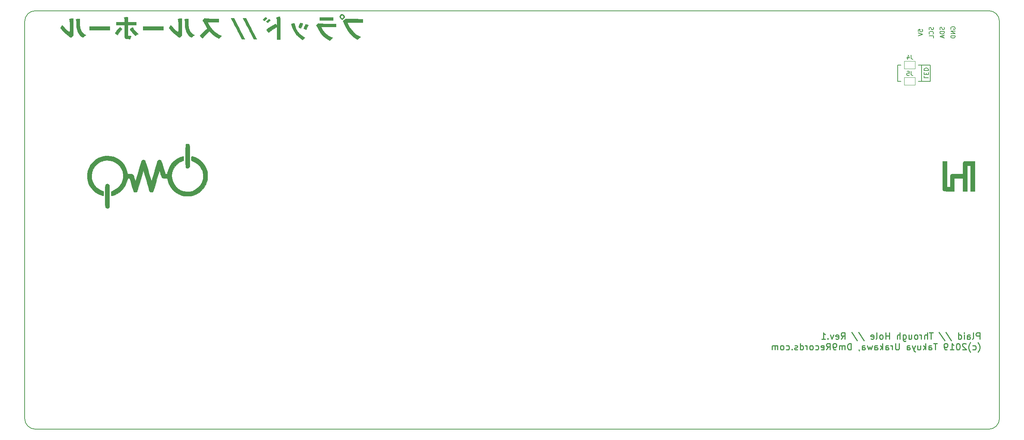
<source format=gbr>
%TF.GenerationSoftware,KiCad,Pcbnew,(5.1.2-1)-1*%
%TF.CreationDate,2019-08-21T16:04:43-07:00*%
%TF.ProjectId,plaid,706c6169-642e-46b6-9963-61645f706362,rev?*%
%TF.SameCoordinates,PX2faf080PY2faf080*%
%TF.FileFunction,Legend,Bot*%
%TF.FilePolarity,Positive*%
%FSLAX46Y46*%
G04 Gerber Fmt 4.6, Leading zero omitted, Abs format (unit mm)*
G04 Created by KiCad (PCBNEW (5.1.2-1)-1) date 2019-08-21 16:04:43*
%MOMM*%
%LPD*%
G04 APERTURE LIST*
%ADD10C,0.150000*%
%ADD11C,0.200000*%
%ADD12C,0.250000*%
%ADD13C,0.120000*%
%ADD14C,0.010000*%
G04 APERTURE END LIST*
D10*
X216670000Y-4318095D02*
X216622380Y-4222857D01*
X216622380Y-4080000D01*
X216670000Y-3937142D01*
X216765238Y-3841904D01*
X216860476Y-3794285D01*
X217050952Y-3746666D01*
X217193809Y-3746666D01*
X217384285Y-3794285D01*
X217479523Y-3841904D01*
X217574761Y-3937142D01*
X217622380Y-4080000D01*
X217622380Y-4175238D01*
X217574761Y-4318095D01*
X217527142Y-4365714D01*
X217193809Y-4365714D01*
X217193809Y-4175238D01*
X217622380Y-4794285D02*
X216622380Y-4794285D01*
X217622380Y-5365714D01*
X216622380Y-5365714D01*
X217622380Y-5841904D02*
X216622380Y-5841904D01*
X216622380Y-6080000D01*
X216670000Y-6222857D01*
X216765238Y-6318095D01*
X216860476Y-6365714D01*
X217050952Y-6413333D01*
X217193809Y-6413333D01*
X217384285Y-6365714D01*
X217479523Y-6318095D01*
X217574761Y-6222857D01*
X217622380Y-6080000D01*
X217622380Y-5841904D01*
X215034761Y-3865714D02*
X215082380Y-4008571D01*
X215082380Y-4246666D01*
X215034761Y-4341904D01*
X214987142Y-4389523D01*
X214891904Y-4437142D01*
X214796666Y-4437142D01*
X214701428Y-4389523D01*
X214653809Y-4341904D01*
X214606190Y-4246666D01*
X214558571Y-4056190D01*
X214510952Y-3960952D01*
X214463333Y-3913333D01*
X214368095Y-3865714D01*
X214272857Y-3865714D01*
X214177619Y-3913333D01*
X214130000Y-3960952D01*
X214082380Y-4056190D01*
X214082380Y-4294285D01*
X214130000Y-4437142D01*
X215082380Y-4865714D02*
X214082380Y-4865714D01*
X214082380Y-5103809D01*
X214130000Y-5246666D01*
X214225238Y-5341904D01*
X214320476Y-5389523D01*
X214510952Y-5437142D01*
X214653809Y-5437142D01*
X214844285Y-5389523D01*
X214939523Y-5341904D01*
X215034761Y-5246666D01*
X215082380Y-5103809D01*
X215082380Y-4865714D01*
X214796666Y-5818095D02*
X214796666Y-6294285D01*
X215082380Y-5722857D02*
X214082380Y-6056190D01*
X215082380Y-6389523D01*
X212494761Y-3889523D02*
X212542380Y-4032380D01*
X212542380Y-4270476D01*
X212494761Y-4365714D01*
X212447142Y-4413333D01*
X212351904Y-4460952D01*
X212256666Y-4460952D01*
X212161428Y-4413333D01*
X212113809Y-4365714D01*
X212066190Y-4270476D01*
X212018571Y-4080000D01*
X211970952Y-3984761D01*
X211923333Y-3937142D01*
X211828095Y-3889523D01*
X211732857Y-3889523D01*
X211637619Y-3937142D01*
X211590000Y-3984761D01*
X211542380Y-4080000D01*
X211542380Y-4318095D01*
X211590000Y-4460952D01*
X212447142Y-5460952D02*
X212494761Y-5413333D01*
X212542380Y-5270476D01*
X212542380Y-5175238D01*
X212494761Y-5032380D01*
X212399523Y-4937142D01*
X212304285Y-4889523D01*
X212113809Y-4841904D01*
X211970952Y-4841904D01*
X211780476Y-4889523D01*
X211685238Y-4937142D01*
X211590000Y-5032380D01*
X211542380Y-5175238D01*
X211542380Y-5270476D01*
X211590000Y-5413333D01*
X211637619Y-5460952D01*
X212542380Y-6365714D02*
X212542380Y-5889523D01*
X211542380Y-5889523D01*
X209002380Y-4889523D02*
X209002380Y-4413333D01*
X209478571Y-4365714D01*
X209430952Y-4413333D01*
X209383333Y-4508571D01*
X209383333Y-4746666D01*
X209430952Y-4841904D01*
X209478571Y-4889523D01*
X209573809Y-4937142D01*
X209811904Y-4937142D01*
X209907142Y-4889523D01*
X209954761Y-4841904D01*
X210002380Y-4746666D01*
X210002380Y-4508571D01*
X209954761Y-4413333D01*
X209907142Y-4365714D01*
X209002380Y-5222857D02*
X210002380Y-5556190D01*
X209002380Y-5889523D01*
X210367619Y-15247857D02*
X210367619Y-15724047D01*
X211367619Y-15724047D01*
X210891428Y-14914523D02*
X210891428Y-14581190D01*
X210367619Y-14438333D02*
X210367619Y-14914523D01*
X211367619Y-14914523D01*
X211367619Y-14438333D01*
X210367619Y-14009761D02*
X211367619Y-14009761D01*
X211367619Y-13771666D01*
X211320000Y-13628809D01*
X211224761Y-13533571D01*
X211129523Y-13485952D01*
X210939047Y-13438333D01*
X210796190Y-13438333D01*
X210605714Y-13485952D01*
X210510476Y-13533571D01*
X210415238Y-13628809D01*
X210367619Y-13771666D01*
X210367619Y-14009761D01*
D11*
X211836000Y-16510000D02*
X209804000Y-16510000D01*
X211836000Y-12700000D02*
X211836000Y-16510000D01*
X209804000Y-12700000D02*
X211836000Y-12700000D01*
X209804000Y-16510000D02*
X209042000Y-16510000D01*
X209804000Y-12700000D02*
X209804000Y-16510000D01*
X209042000Y-12700000D02*
X209804000Y-12700000D01*
X204216000Y-16510000D02*
X204978000Y-16510000D01*
X204216000Y-12700000D02*
X204216000Y-16510000D01*
X204978000Y-12700000D02*
X204216000Y-12700000D01*
D12*
X223381357Y-76898571D02*
X223381357Y-75398571D01*
X222809928Y-75398571D01*
X222667071Y-75470000D01*
X222595642Y-75541428D01*
X222524214Y-75684285D01*
X222524214Y-75898571D01*
X222595642Y-76041428D01*
X222667071Y-76112857D01*
X222809928Y-76184285D01*
X223381357Y-76184285D01*
X221667071Y-76898571D02*
X221809928Y-76827142D01*
X221881357Y-76684285D01*
X221881357Y-75398571D01*
X220452785Y-76898571D02*
X220452785Y-76112857D01*
X220524214Y-75970000D01*
X220667071Y-75898571D01*
X220952785Y-75898571D01*
X221095642Y-75970000D01*
X220452785Y-76827142D02*
X220595642Y-76898571D01*
X220952785Y-76898571D01*
X221095642Y-76827142D01*
X221167071Y-76684285D01*
X221167071Y-76541428D01*
X221095642Y-76398571D01*
X220952785Y-76327142D01*
X220595642Y-76327142D01*
X220452785Y-76255714D01*
X219738500Y-76898571D02*
X219738500Y-75898571D01*
X219738500Y-75398571D02*
X219809928Y-75470000D01*
X219738500Y-75541428D01*
X219667071Y-75470000D01*
X219738500Y-75398571D01*
X219738500Y-75541428D01*
X218381357Y-76898571D02*
X218381357Y-75398571D01*
X218381357Y-76827142D02*
X218524214Y-76898571D01*
X218809928Y-76898571D01*
X218952785Y-76827142D01*
X219024214Y-76755714D01*
X219095642Y-76612857D01*
X219095642Y-76184285D01*
X219024214Y-76041428D01*
X218952785Y-75970000D01*
X218809928Y-75898571D01*
X218524214Y-75898571D01*
X218381357Y-75970000D01*
X215452785Y-75327142D02*
X216738500Y-77255714D01*
X213881357Y-75327142D02*
X215167071Y-77255714D01*
X212452785Y-75398571D02*
X211595642Y-75398571D01*
X212024214Y-76898571D02*
X212024214Y-75398571D01*
X211095642Y-76898571D02*
X211095642Y-75398571D01*
X210452785Y-76898571D02*
X210452785Y-76112857D01*
X210524214Y-75970000D01*
X210667071Y-75898571D01*
X210881357Y-75898571D01*
X211024214Y-75970000D01*
X211095642Y-76041428D01*
X209738500Y-76898571D02*
X209738500Y-75898571D01*
X209738500Y-76184285D02*
X209667071Y-76041428D01*
X209595642Y-75970000D01*
X209452785Y-75898571D01*
X209309928Y-75898571D01*
X208595642Y-76898571D02*
X208738500Y-76827142D01*
X208809928Y-76755714D01*
X208881357Y-76612857D01*
X208881357Y-76184285D01*
X208809928Y-76041428D01*
X208738500Y-75970000D01*
X208595642Y-75898571D01*
X208381357Y-75898571D01*
X208238500Y-75970000D01*
X208167071Y-76041428D01*
X208095642Y-76184285D01*
X208095642Y-76612857D01*
X208167071Y-76755714D01*
X208238500Y-76827142D01*
X208381357Y-76898571D01*
X208595642Y-76898571D01*
X206809928Y-75898571D02*
X206809928Y-76898571D01*
X207452785Y-75898571D02*
X207452785Y-76684285D01*
X207381357Y-76827142D01*
X207238500Y-76898571D01*
X207024214Y-76898571D01*
X206881357Y-76827142D01*
X206809928Y-76755714D01*
X205452785Y-75898571D02*
X205452785Y-77112857D01*
X205524214Y-77255714D01*
X205595642Y-77327142D01*
X205738500Y-77398571D01*
X205952785Y-77398571D01*
X206095642Y-77327142D01*
X205452785Y-76827142D02*
X205595642Y-76898571D01*
X205881357Y-76898571D01*
X206024214Y-76827142D01*
X206095642Y-76755714D01*
X206167071Y-76612857D01*
X206167071Y-76184285D01*
X206095642Y-76041428D01*
X206024214Y-75970000D01*
X205881357Y-75898571D01*
X205595642Y-75898571D01*
X205452785Y-75970000D01*
X204738500Y-76898571D02*
X204738500Y-75398571D01*
X204095642Y-76898571D02*
X204095642Y-76112857D01*
X204167071Y-75970000D01*
X204309928Y-75898571D01*
X204524214Y-75898571D01*
X204667071Y-75970000D01*
X204738500Y-76041428D01*
X202238500Y-76898571D02*
X202238500Y-75398571D01*
X202238500Y-76112857D02*
X201381357Y-76112857D01*
X201381357Y-76898571D02*
X201381357Y-75398571D01*
X200452785Y-76898571D02*
X200595642Y-76827142D01*
X200667071Y-76755714D01*
X200738500Y-76612857D01*
X200738500Y-76184285D01*
X200667071Y-76041428D01*
X200595642Y-75970000D01*
X200452785Y-75898571D01*
X200238500Y-75898571D01*
X200095642Y-75970000D01*
X200024214Y-76041428D01*
X199952785Y-76184285D01*
X199952785Y-76612857D01*
X200024214Y-76755714D01*
X200095642Y-76827142D01*
X200238500Y-76898571D01*
X200452785Y-76898571D01*
X199095642Y-76898571D02*
X199238500Y-76827142D01*
X199309928Y-76684285D01*
X199309928Y-75398571D01*
X197952785Y-76827142D02*
X198095642Y-76898571D01*
X198381357Y-76898571D01*
X198524214Y-76827142D01*
X198595642Y-76684285D01*
X198595642Y-76112857D01*
X198524214Y-75970000D01*
X198381357Y-75898571D01*
X198095642Y-75898571D01*
X197952785Y-75970000D01*
X197881357Y-76112857D01*
X197881357Y-76255714D01*
X198595642Y-76398571D01*
X195024214Y-75327142D02*
X196309928Y-77255714D01*
X193452785Y-75327142D02*
X194738500Y-77255714D01*
X190952785Y-76898571D02*
X191452785Y-76184285D01*
X191809928Y-76898571D02*
X191809928Y-75398571D01*
X191238500Y-75398571D01*
X191095642Y-75470000D01*
X191024214Y-75541428D01*
X190952785Y-75684285D01*
X190952785Y-75898571D01*
X191024214Y-76041428D01*
X191095642Y-76112857D01*
X191238500Y-76184285D01*
X191809928Y-76184285D01*
X189738500Y-76827142D02*
X189881357Y-76898571D01*
X190167071Y-76898571D01*
X190309928Y-76827142D01*
X190381357Y-76684285D01*
X190381357Y-76112857D01*
X190309928Y-75970000D01*
X190167071Y-75898571D01*
X189881357Y-75898571D01*
X189738500Y-75970000D01*
X189667071Y-76112857D01*
X189667071Y-76255714D01*
X190381357Y-76398571D01*
X189167071Y-75898571D02*
X188809928Y-76898571D01*
X188452785Y-75898571D01*
X187881357Y-76755714D02*
X187809928Y-76827142D01*
X187881357Y-76898571D01*
X187952785Y-76827142D01*
X187881357Y-76755714D01*
X187881357Y-76898571D01*
X186381357Y-76898571D02*
X187238500Y-76898571D01*
X186809928Y-76898571D02*
X186809928Y-75398571D01*
X186952785Y-75612857D01*
X187095642Y-75755714D01*
X187238500Y-75827142D01*
X222952785Y-79970000D02*
X223024214Y-79898571D01*
X223167071Y-79684285D01*
X223238500Y-79541428D01*
X223309928Y-79327142D01*
X223381357Y-78970000D01*
X223381357Y-78684285D01*
X223309928Y-78327142D01*
X223238500Y-78112857D01*
X223167071Y-77970000D01*
X223024214Y-77755714D01*
X222952785Y-77684285D01*
X221738500Y-79327142D02*
X221881357Y-79398571D01*
X222167071Y-79398571D01*
X222309928Y-79327142D01*
X222381357Y-79255714D01*
X222452785Y-79112857D01*
X222452785Y-78684285D01*
X222381357Y-78541428D01*
X222309928Y-78470000D01*
X222167071Y-78398571D01*
X221881357Y-78398571D01*
X221738500Y-78470000D01*
X221238500Y-79970000D02*
X221167071Y-79898571D01*
X221024214Y-79684285D01*
X220952785Y-79541428D01*
X220881357Y-79327142D01*
X220809928Y-78970000D01*
X220809928Y-78684285D01*
X220881357Y-78327142D01*
X220952785Y-78112857D01*
X221024214Y-77970000D01*
X221167071Y-77755714D01*
X221238500Y-77684285D01*
X220167071Y-78041428D02*
X220095642Y-77970000D01*
X219952785Y-77898571D01*
X219595642Y-77898571D01*
X219452785Y-77970000D01*
X219381357Y-78041428D01*
X219309928Y-78184285D01*
X219309928Y-78327142D01*
X219381357Y-78541428D01*
X220238500Y-79398571D01*
X219309928Y-79398571D01*
X218381357Y-77898571D02*
X218238500Y-77898571D01*
X218095642Y-77970000D01*
X218024214Y-78041428D01*
X217952785Y-78184285D01*
X217881357Y-78470000D01*
X217881357Y-78827142D01*
X217952785Y-79112857D01*
X218024214Y-79255714D01*
X218095642Y-79327142D01*
X218238500Y-79398571D01*
X218381357Y-79398571D01*
X218524214Y-79327142D01*
X218595642Y-79255714D01*
X218667071Y-79112857D01*
X218738500Y-78827142D01*
X218738500Y-78470000D01*
X218667071Y-78184285D01*
X218595642Y-78041428D01*
X218524214Y-77970000D01*
X218381357Y-77898571D01*
X216452785Y-79398571D02*
X217309928Y-79398571D01*
X216881357Y-79398571D02*
X216881357Y-77898571D01*
X217024214Y-78112857D01*
X217167071Y-78255714D01*
X217309928Y-78327142D01*
X215738500Y-79398571D02*
X215452785Y-79398571D01*
X215309928Y-79327142D01*
X215238500Y-79255714D01*
X215095642Y-79041428D01*
X215024214Y-78755714D01*
X215024214Y-78184285D01*
X215095642Y-78041428D01*
X215167071Y-77970000D01*
X215309928Y-77898571D01*
X215595642Y-77898571D01*
X215738500Y-77970000D01*
X215809928Y-78041428D01*
X215881357Y-78184285D01*
X215881357Y-78541428D01*
X215809928Y-78684285D01*
X215738500Y-78755714D01*
X215595642Y-78827142D01*
X215309928Y-78827142D01*
X215167071Y-78755714D01*
X215095642Y-78684285D01*
X215024214Y-78541428D01*
X213452785Y-77898571D02*
X212595642Y-77898571D01*
X213024214Y-79398571D02*
X213024214Y-77898571D01*
X211452785Y-79398571D02*
X211452785Y-78612857D01*
X211524214Y-78470000D01*
X211667071Y-78398571D01*
X211952785Y-78398571D01*
X212095642Y-78470000D01*
X211452785Y-79327142D02*
X211595642Y-79398571D01*
X211952785Y-79398571D01*
X212095642Y-79327142D01*
X212167071Y-79184285D01*
X212167071Y-79041428D01*
X212095642Y-78898571D01*
X211952785Y-78827142D01*
X211595642Y-78827142D01*
X211452785Y-78755714D01*
X210738500Y-79398571D02*
X210738500Y-77898571D01*
X210595642Y-78827142D02*
X210167071Y-79398571D01*
X210167071Y-78398571D02*
X210738500Y-78970000D01*
X208881357Y-78398571D02*
X208881357Y-79398571D01*
X209524214Y-78398571D02*
X209524214Y-79184285D01*
X209452785Y-79327142D01*
X209309928Y-79398571D01*
X209095642Y-79398571D01*
X208952785Y-79327142D01*
X208881357Y-79255714D01*
X208309928Y-78398571D02*
X207952785Y-79398571D01*
X207595642Y-78398571D02*
X207952785Y-79398571D01*
X208095642Y-79755714D01*
X208167071Y-79827142D01*
X208309928Y-79898571D01*
X206381357Y-79398571D02*
X206381357Y-78612857D01*
X206452785Y-78470000D01*
X206595642Y-78398571D01*
X206881357Y-78398571D01*
X207024214Y-78470000D01*
X206381357Y-79327142D02*
X206524214Y-79398571D01*
X206881357Y-79398571D01*
X207024214Y-79327142D01*
X207095642Y-79184285D01*
X207095642Y-79041428D01*
X207024214Y-78898571D01*
X206881357Y-78827142D01*
X206524214Y-78827142D01*
X206381357Y-78755714D01*
X204524214Y-77898571D02*
X204524214Y-79112857D01*
X204452785Y-79255714D01*
X204381357Y-79327142D01*
X204238500Y-79398571D01*
X203952785Y-79398571D01*
X203809928Y-79327142D01*
X203738500Y-79255714D01*
X203667071Y-79112857D01*
X203667071Y-77898571D01*
X202952785Y-79398571D02*
X202952785Y-78398571D01*
X202952785Y-78684285D02*
X202881357Y-78541428D01*
X202809928Y-78470000D01*
X202667071Y-78398571D01*
X202524214Y-78398571D01*
X201381357Y-79398571D02*
X201381357Y-78612857D01*
X201452785Y-78470000D01*
X201595642Y-78398571D01*
X201881357Y-78398571D01*
X202024214Y-78470000D01*
X201381357Y-79327142D02*
X201524214Y-79398571D01*
X201881357Y-79398571D01*
X202024214Y-79327142D01*
X202095642Y-79184285D01*
X202095642Y-79041428D01*
X202024214Y-78898571D01*
X201881357Y-78827142D01*
X201524214Y-78827142D01*
X201381357Y-78755714D01*
X200667071Y-79398571D02*
X200667071Y-77898571D01*
X200524214Y-78827142D02*
X200095642Y-79398571D01*
X200095642Y-78398571D02*
X200667071Y-78970000D01*
X198809928Y-79398571D02*
X198809928Y-78612857D01*
X198881357Y-78470000D01*
X199024214Y-78398571D01*
X199309928Y-78398571D01*
X199452785Y-78470000D01*
X198809928Y-79327142D02*
X198952785Y-79398571D01*
X199309928Y-79398571D01*
X199452785Y-79327142D01*
X199524214Y-79184285D01*
X199524214Y-79041428D01*
X199452785Y-78898571D01*
X199309928Y-78827142D01*
X198952785Y-78827142D01*
X198809928Y-78755714D01*
X198238500Y-78398571D02*
X197952785Y-79398571D01*
X197667071Y-78684285D01*
X197381357Y-79398571D01*
X197095642Y-78398571D01*
X195881357Y-79398571D02*
X195881357Y-78612857D01*
X195952785Y-78470000D01*
X196095642Y-78398571D01*
X196381357Y-78398571D01*
X196524214Y-78470000D01*
X195881357Y-79327142D02*
X196024214Y-79398571D01*
X196381357Y-79398571D01*
X196524214Y-79327142D01*
X196595642Y-79184285D01*
X196595642Y-79041428D01*
X196524214Y-78898571D01*
X196381357Y-78827142D01*
X196024214Y-78827142D01*
X195881357Y-78755714D01*
X195095642Y-79327142D02*
X195095642Y-79398571D01*
X195167071Y-79541428D01*
X195238500Y-79612857D01*
X193309928Y-79398571D02*
X193309928Y-77898571D01*
X192952785Y-77898571D01*
X192738500Y-77970000D01*
X192595642Y-78112857D01*
X192524214Y-78255714D01*
X192452785Y-78541428D01*
X192452785Y-78755714D01*
X192524214Y-79041428D01*
X192595642Y-79184285D01*
X192738500Y-79327142D01*
X192952785Y-79398571D01*
X193309928Y-79398571D01*
X191809928Y-79398571D02*
X191809928Y-78398571D01*
X191809928Y-78541428D02*
X191738500Y-78470000D01*
X191595642Y-78398571D01*
X191381357Y-78398571D01*
X191238500Y-78470000D01*
X191167071Y-78612857D01*
X191167071Y-79398571D01*
X191167071Y-78612857D02*
X191095642Y-78470000D01*
X190952785Y-78398571D01*
X190738500Y-78398571D01*
X190595642Y-78470000D01*
X190524214Y-78612857D01*
X190524214Y-79398571D01*
X189738500Y-79398571D02*
X189452785Y-79398571D01*
X189309928Y-79327142D01*
X189238500Y-79255714D01*
X189095642Y-79041428D01*
X189024214Y-78755714D01*
X189024214Y-78184285D01*
X189095642Y-78041428D01*
X189167071Y-77970000D01*
X189309928Y-77898571D01*
X189595642Y-77898571D01*
X189738500Y-77970000D01*
X189809928Y-78041428D01*
X189881357Y-78184285D01*
X189881357Y-78541428D01*
X189809928Y-78684285D01*
X189738500Y-78755714D01*
X189595642Y-78827142D01*
X189309928Y-78827142D01*
X189167071Y-78755714D01*
X189095642Y-78684285D01*
X189024214Y-78541428D01*
X187524214Y-79398571D02*
X188024214Y-78684285D01*
X188381357Y-79398571D02*
X188381357Y-77898571D01*
X187809928Y-77898571D01*
X187667071Y-77970000D01*
X187595642Y-78041428D01*
X187524214Y-78184285D01*
X187524214Y-78398571D01*
X187595642Y-78541428D01*
X187667071Y-78612857D01*
X187809928Y-78684285D01*
X188381357Y-78684285D01*
X186309928Y-79327142D02*
X186452785Y-79398571D01*
X186738500Y-79398571D01*
X186881357Y-79327142D01*
X186952785Y-79184285D01*
X186952785Y-78612857D01*
X186881357Y-78470000D01*
X186738500Y-78398571D01*
X186452785Y-78398571D01*
X186309928Y-78470000D01*
X186238500Y-78612857D01*
X186238500Y-78755714D01*
X186952785Y-78898571D01*
X184952785Y-79327142D02*
X185095642Y-79398571D01*
X185381357Y-79398571D01*
X185524214Y-79327142D01*
X185595642Y-79255714D01*
X185667071Y-79112857D01*
X185667071Y-78684285D01*
X185595642Y-78541428D01*
X185524214Y-78470000D01*
X185381357Y-78398571D01*
X185095642Y-78398571D01*
X184952785Y-78470000D01*
X184095642Y-79398571D02*
X184238500Y-79327142D01*
X184309928Y-79255714D01*
X184381357Y-79112857D01*
X184381357Y-78684285D01*
X184309928Y-78541428D01*
X184238500Y-78470000D01*
X184095642Y-78398571D01*
X183881357Y-78398571D01*
X183738500Y-78470000D01*
X183667071Y-78541428D01*
X183595642Y-78684285D01*
X183595642Y-79112857D01*
X183667071Y-79255714D01*
X183738500Y-79327142D01*
X183881357Y-79398571D01*
X184095642Y-79398571D01*
X182952785Y-79398571D02*
X182952785Y-78398571D01*
X182952785Y-78684285D02*
X182881357Y-78541428D01*
X182809928Y-78470000D01*
X182667071Y-78398571D01*
X182524214Y-78398571D01*
X181381357Y-79398571D02*
X181381357Y-77898571D01*
X181381357Y-79327142D02*
X181524214Y-79398571D01*
X181809928Y-79398571D01*
X181952785Y-79327142D01*
X182024214Y-79255714D01*
X182095642Y-79112857D01*
X182095642Y-78684285D01*
X182024214Y-78541428D01*
X181952785Y-78470000D01*
X181809928Y-78398571D01*
X181524214Y-78398571D01*
X181381357Y-78470000D01*
X180738500Y-79327142D02*
X180595642Y-79398571D01*
X180309928Y-79398571D01*
X180167071Y-79327142D01*
X180095642Y-79184285D01*
X180095642Y-79112857D01*
X180167071Y-78970000D01*
X180309928Y-78898571D01*
X180524214Y-78898571D01*
X180667071Y-78827142D01*
X180738500Y-78684285D01*
X180738500Y-78612857D01*
X180667071Y-78470000D01*
X180524214Y-78398571D01*
X180309928Y-78398571D01*
X180167071Y-78470000D01*
X179452785Y-79255714D02*
X179381357Y-79327142D01*
X179452785Y-79398571D01*
X179524214Y-79327142D01*
X179452785Y-79255714D01*
X179452785Y-79398571D01*
X178095642Y-79327142D02*
X178238500Y-79398571D01*
X178524214Y-79398571D01*
X178667071Y-79327142D01*
X178738500Y-79255714D01*
X178809928Y-79112857D01*
X178809928Y-78684285D01*
X178738500Y-78541428D01*
X178667071Y-78470000D01*
X178524214Y-78398571D01*
X178238500Y-78398571D01*
X178095642Y-78470000D01*
X177238500Y-79398571D02*
X177381357Y-79327142D01*
X177452785Y-79255714D01*
X177524214Y-79112857D01*
X177524214Y-78684285D01*
X177452785Y-78541428D01*
X177381357Y-78470000D01*
X177238500Y-78398571D01*
X177024214Y-78398571D01*
X176881357Y-78470000D01*
X176809928Y-78541428D01*
X176738500Y-78684285D01*
X176738500Y-79112857D01*
X176809928Y-79255714D01*
X176881357Y-79327142D01*
X177024214Y-79398571D01*
X177238500Y-79398571D01*
X176095642Y-79398571D02*
X176095642Y-78398571D01*
X176095642Y-78541428D02*
X176024214Y-78470000D01*
X175881357Y-78398571D01*
X175667071Y-78398571D01*
X175524214Y-78470000D01*
X175452785Y-78612857D01*
X175452785Y-79398571D01*
X175452785Y-78612857D02*
X175381357Y-78470000D01*
X175238500Y-78398571D01*
X175024214Y-78398571D01*
X174881357Y-78470000D01*
X174809928Y-78612857D01*
X174809928Y-79398571D01*
D10*
X2500000Y-98000000D02*
G75*
G02X0Y-95500000I0J2500000D01*
G01*
X228000000Y-95500000D02*
G75*
G02X225500000Y-98000000I-2500000J0D01*
G01*
X225500000Y0D02*
G75*
G02X228000000Y-2500000I0J-2500000D01*
G01*
X0Y-2500000D02*
G75*
G02X2500000Y0I2500000J0D01*
G01*
X0Y-95500000D02*
X0Y-2500000D01*
X225500000Y-98000000D02*
X2500000Y-98000000D01*
X228000000Y-2500000D02*
X228000000Y-95500000D01*
X225500000Y0D02*
X2500000Y0D01*
D13*
X208280000Y-17400000D02*
X205740000Y-17400000D01*
X205740000Y-15620000D02*
X208280000Y-15620000D01*
X205740000Y-15620000D02*
X205740000Y-17400000D01*
X208280000Y-17400000D02*
X208280000Y-15620000D01*
X208280000Y-13590000D02*
X208280000Y-11810000D01*
X205740000Y-11810000D02*
X205740000Y-13590000D01*
X205740000Y-11810000D02*
X208280000Y-11810000D01*
X208280000Y-13590000D02*
X205740000Y-13590000D01*
D14*
G36*
X221013338Y-35237639D02*
G01*
X219833825Y-35239325D01*
X219792550Y-35254207D01*
X219720480Y-35285707D01*
X219653987Y-35325747D01*
X219595093Y-35372873D01*
X219545821Y-35425635D01*
X219536246Y-35438164D01*
X219509959Y-35479246D01*
X219485128Y-35527658D01*
X219464307Y-35578077D01*
X219454186Y-35609218D01*
X219440195Y-35658425D01*
X219438425Y-36945887D01*
X219436654Y-38233350D01*
X218163359Y-38233350D01*
X218012302Y-38233357D01*
X217873416Y-38233383D01*
X217746176Y-38233430D01*
X217630052Y-38233503D01*
X217524519Y-38233607D01*
X217429048Y-38233744D01*
X217343112Y-38233919D01*
X217266183Y-38234136D01*
X217197733Y-38234398D01*
X217137236Y-38234711D01*
X217084163Y-38235078D01*
X217037987Y-38235502D01*
X216998181Y-38235989D01*
X216964217Y-38236541D01*
X216935567Y-38237164D01*
X216911704Y-38237860D01*
X216892100Y-38238634D01*
X216876228Y-38239490D01*
X216863560Y-38240432D01*
X216853569Y-38241464D01*
X216845727Y-38242590D01*
X216841520Y-38243377D01*
X216765104Y-38265416D01*
X216694499Y-38298391D01*
X216630477Y-38341580D01*
X216573811Y-38394260D01*
X216525273Y-38455709D01*
X216485635Y-38525205D01*
X216455668Y-38602026D01*
X216454739Y-38605053D01*
X216453393Y-38609919D01*
X216452155Y-38615655D01*
X216451018Y-38622791D01*
X216449978Y-38631852D01*
X216449028Y-38643368D01*
X216448164Y-38657865D01*
X216447381Y-38675871D01*
X216446673Y-38697914D01*
X216446035Y-38724521D01*
X216445461Y-38756220D01*
X216444947Y-38793538D01*
X216444487Y-38837004D01*
X216444075Y-38887144D01*
X216443707Y-38944487D01*
X216443377Y-39009560D01*
X216443080Y-39082890D01*
X216442810Y-39165005D01*
X216442563Y-39256433D01*
X216442332Y-39357701D01*
X216442114Y-39469337D01*
X216441901Y-39591868D01*
X216441690Y-39725823D01*
X216441475Y-39871728D01*
X216441382Y-39936737D01*
X216439541Y-41230550D01*
X215696800Y-41230550D01*
X215696800Y-35236150D01*
X214687042Y-35236150D01*
X214688684Y-38523862D01*
X214690325Y-41811575D01*
X214704608Y-41862375D01*
X214732509Y-41939820D01*
X214770380Y-42009929D01*
X214817714Y-42072083D01*
X214874007Y-42125664D01*
X214938752Y-42170055D01*
X214969725Y-42186485D01*
X214981733Y-42192534D01*
X214992253Y-42198079D01*
X215001853Y-42203141D01*
X215011100Y-42207745D01*
X215020560Y-42211911D01*
X215030801Y-42215664D01*
X215042389Y-42219025D01*
X215055892Y-42222017D01*
X215071876Y-42224663D01*
X215090909Y-42226985D01*
X215113556Y-42229006D01*
X215140386Y-42230748D01*
X215171966Y-42232235D01*
X215208861Y-42233488D01*
X215251639Y-42234530D01*
X215300868Y-42235384D01*
X215357113Y-42236073D01*
X215420942Y-42236619D01*
X215492922Y-42237044D01*
X215573620Y-42237372D01*
X215663602Y-42237624D01*
X215763436Y-42237824D01*
X215873688Y-42237994D01*
X215994926Y-42238156D01*
X216127717Y-42238334D01*
X216272627Y-42238550D01*
X216276238Y-42238555D01*
X217443050Y-42240430D01*
X217443050Y-39236650D01*
X219436950Y-39236650D01*
X219436950Y-42240200D01*
X220446600Y-42240200D01*
X220446600Y-36239450D01*
X221189550Y-36239450D01*
X221189550Y-42240200D01*
X222192850Y-42240200D01*
X222192850Y-35235954D01*
X221013338Y-35237639D01*
X221013338Y-35237639D01*
G37*
X221013338Y-35237639D02*
X219833825Y-35239325D01*
X219792550Y-35254207D01*
X219720480Y-35285707D01*
X219653987Y-35325747D01*
X219595093Y-35372873D01*
X219545821Y-35425635D01*
X219536246Y-35438164D01*
X219509959Y-35479246D01*
X219485128Y-35527658D01*
X219464307Y-35578077D01*
X219454186Y-35609218D01*
X219440195Y-35658425D01*
X219438425Y-36945887D01*
X219436654Y-38233350D01*
X218163359Y-38233350D01*
X218012302Y-38233357D01*
X217873416Y-38233383D01*
X217746176Y-38233430D01*
X217630052Y-38233503D01*
X217524519Y-38233607D01*
X217429048Y-38233744D01*
X217343112Y-38233919D01*
X217266183Y-38234136D01*
X217197733Y-38234398D01*
X217137236Y-38234711D01*
X217084163Y-38235078D01*
X217037987Y-38235502D01*
X216998181Y-38235989D01*
X216964217Y-38236541D01*
X216935567Y-38237164D01*
X216911704Y-38237860D01*
X216892100Y-38238634D01*
X216876228Y-38239490D01*
X216863560Y-38240432D01*
X216853569Y-38241464D01*
X216845727Y-38242590D01*
X216841520Y-38243377D01*
X216765104Y-38265416D01*
X216694499Y-38298391D01*
X216630477Y-38341580D01*
X216573811Y-38394260D01*
X216525273Y-38455709D01*
X216485635Y-38525205D01*
X216455668Y-38602026D01*
X216454739Y-38605053D01*
X216453393Y-38609919D01*
X216452155Y-38615655D01*
X216451018Y-38622791D01*
X216449978Y-38631852D01*
X216449028Y-38643368D01*
X216448164Y-38657865D01*
X216447381Y-38675871D01*
X216446673Y-38697914D01*
X216446035Y-38724521D01*
X216445461Y-38756220D01*
X216444947Y-38793538D01*
X216444487Y-38837004D01*
X216444075Y-38887144D01*
X216443707Y-38944487D01*
X216443377Y-39009560D01*
X216443080Y-39082890D01*
X216442810Y-39165005D01*
X216442563Y-39256433D01*
X216442332Y-39357701D01*
X216442114Y-39469337D01*
X216441901Y-39591868D01*
X216441690Y-39725823D01*
X216441475Y-39871728D01*
X216441382Y-39936737D01*
X216439541Y-41230550D01*
X215696800Y-41230550D01*
X215696800Y-35236150D01*
X214687042Y-35236150D01*
X214688684Y-38523862D01*
X214690325Y-41811575D01*
X214704608Y-41862375D01*
X214732509Y-41939820D01*
X214770380Y-42009929D01*
X214817714Y-42072083D01*
X214874007Y-42125664D01*
X214938752Y-42170055D01*
X214969725Y-42186485D01*
X214981733Y-42192534D01*
X214992253Y-42198079D01*
X215001853Y-42203141D01*
X215011100Y-42207745D01*
X215020560Y-42211911D01*
X215030801Y-42215664D01*
X215042389Y-42219025D01*
X215055892Y-42222017D01*
X215071876Y-42224663D01*
X215090909Y-42226985D01*
X215113556Y-42229006D01*
X215140386Y-42230748D01*
X215171966Y-42232235D01*
X215208861Y-42233488D01*
X215251639Y-42234530D01*
X215300868Y-42235384D01*
X215357113Y-42236073D01*
X215420942Y-42236619D01*
X215492922Y-42237044D01*
X215573620Y-42237372D01*
X215663602Y-42237624D01*
X215763436Y-42237824D01*
X215873688Y-42237994D01*
X215994926Y-42238156D01*
X216127717Y-42238334D01*
X216272627Y-42238550D01*
X216276238Y-42238555D01*
X217443050Y-42240430D01*
X217443050Y-39236650D01*
X219436950Y-39236650D01*
X219436950Y-42240200D01*
X220446600Y-42240200D01*
X220446600Y-36239450D01*
X221189550Y-36239450D01*
X221189550Y-42240200D01*
X222192850Y-42240200D01*
X222192850Y-35235954D01*
X221013338Y-35237639D01*
G36*
X37846897Y-31229275D02*
G01*
X37694325Y-31300548D01*
X37693600Y-31301266D01*
X37662476Y-31383360D01*
X37637661Y-31568776D01*
X37618706Y-31869506D01*
X37605160Y-32297540D01*
X37596572Y-32864869D01*
X37592491Y-33583484D01*
X37592000Y-34004552D01*
X37592948Y-34749629D01*
X37596374Y-35343327D01*
X37603152Y-35803594D01*
X37614154Y-36148377D01*
X37630254Y-36395625D01*
X37652325Y-36563284D01*
X37681240Y-36669302D01*
X37717872Y-36731627D01*
X37725047Y-36739286D01*
X37950223Y-36857208D01*
X38211963Y-36840928D01*
X38438666Y-36703000D01*
X38487428Y-36646965D01*
X38525819Y-36574694D01*
X38555075Y-36466853D01*
X38576432Y-36304113D01*
X38591126Y-36067142D01*
X38600394Y-35736610D01*
X38605471Y-35293185D01*
X38607594Y-34717535D01*
X38608000Y-34054839D01*
X38606994Y-33284755D01*
X38601865Y-32667188D01*
X38589443Y-32185327D01*
X38566558Y-31822358D01*
X38530042Y-31561469D01*
X38476726Y-31385846D01*
X38403439Y-31278677D01*
X38307014Y-31223149D01*
X38184280Y-31202450D01*
X38069799Y-31199667D01*
X37846897Y-31229275D01*
X37846897Y-31229275D01*
G37*
X37846897Y-31229275D02*
X37694325Y-31300548D01*
X37693600Y-31301266D01*
X37662476Y-31383360D01*
X37637661Y-31568776D01*
X37618706Y-31869506D01*
X37605160Y-32297540D01*
X37596572Y-32864869D01*
X37592491Y-33583484D01*
X37592000Y-34004552D01*
X37592948Y-34749629D01*
X37596374Y-35343327D01*
X37603152Y-35803594D01*
X37614154Y-36148377D01*
X37630254Y-36395625D01*
X37652325Y-36563284D01*
X37681240Y-36669302D01*
X37717872Y-36731627D01*
X37725047Y-36739286D01*
X37950223Y-36857208D01*
X38211963Y-36840928D01*
X38438666Y-36703000D01*
X38487428Y-36646965D01*
X38525819Y-36574694D01*
X38555075Y-36466853D01*
X38576432Y-36304113D01*
X38591126Y-36067142D01*
X38600394Y-35736610D01*
X38605471Y-35293185D01*
X38607594Y-34717535D01*
X38608000Y-34054839D01*
X38606994Y-33284755D01*
X38601865Y-32667188D01*
X38589443Y-32185327D01*
X38566558Y-31822358D01*
X38530042Y-31561469D01*
X38476726Y-31385846D01*
X38403439Y-31278677D01*
X38307014Y-31223149D01*
X38184280Y-31202450D01*
X38069799Y-31199667D01*
X37846897Y-31229275D01*
G36*
X18909154Y-34010167D02*
G01*
X18381353Y-34064682D01*
X18122506Y-34118579D01*
X17308396Y-34417682D01*
X16579379Y-34849021D01*
X15946705Y-35394572D01*
X15421628Y-36036309D01*
X15015399Y-36756210D01*
X14739272Y-37536248D01*
X14604498Y-38358400D01*
X14622329Y-39204642D01*
X14689237Y-39618113D01*
X14912540Y-40406925D01*
X15240076Y-41091752D01*
X15695908Y-41717764D01*
X15959666Y-42002850D01*
X16437387Y-42426171D01*
X16966833Y-42792364D01*
X17504140Y-43075774D01*
X18005442Y-43250748D01*
X18139833Y-43277871D01*
X18457333Y-43329156D01*
X18457333Y-42314005D01*
X18055166Y-42161671D01*
X17348507Y-41807130D01*
X16743046Y-41325355D01*
X16253265Y-40734092D01*
X15893649Y-40051089D01*
X15678680Y-39294092D01*
X15669330Y-39238207D01*
X15632217Y-38490666D01*
X15752862Y-37762407D01*
X16019700Y-37074306D01*
X16421163Y-36447239D01*
X16945684Y-35902082D01*
X17581698Y-35459709D01*
X17834740Y-35330099D01*
X18493397Y-35106284D01*
X19201746Y-35013665D01*
X19906968Y-35055413D01*
X20400097Y-35176142D01*
X21111459Y-35496954D01*
X21728026Y-35933918D01*
X22238422Y-36467289D01*
X22631268Y-37077321D01*
X22895189Y-37744266D01*
X23018806Y-38448381D01*
X22990743Y-39169918D01*
X22914072Y-39539333D01*
X22629035Y-40291920D01*
X22207236Y-40958060D01*
X21664443Y-41520942D01*
X21016425Y-41963758D01*
X20383500Y-42236885D01*
X20298574Y-42297895D01*
X20252894Y-42436024D01*
X20236217Y-42690596D01*
X20235333Y-42805765D01*
X20235333Y-43325845D01*
X20542540Y-43268213D01*
X21089437Y-43100543D01*
X21667872Y-42810216D01*
X22233062Y-42425735D01*
X22740229Y-41975604D01*
X22965313Y-41726077D01*
X23334731Y-41218503D01*
X23621765Y-40675398D01*
X23848267Y-40049053D01*
X23996122Y-39475833D01*
X24069353Y-39304247D01*
X24221124Y-39245798D01*
X24297361Y-39243000D01*
X24374479Y-39240203D01*
X24435842Y-39244072D01*
X24488995Y-39272997D01*
X24541482Y-39345368D01*
X24600850Y-39479576D01*
X24674641Y-39694010D01*
X24770403Y-40007061D01*
X24895678Y-40437118D01*
X25058012Y-41002572D01*
X25148393Y-41317333D01*
X25262778Y-41698670D01*
X25369287Y-42024347D01*
X25455108Y-42256903D01*
X25503117Y-42354500D01*
X25663123Y-42437710D01*
X25897446Y-42455548D01*
X26125284Y-42410550D01*
X26248539Y-42331077D01*
X26298297Y-42219305D01*
X26386970Y-41965894D01*
X26507835Y-41592272D01*
X26654165Y-41119867D01*
X26819238Y-40570106D01*
X26996328Y-39964417D01*
X27052254Y-39769911D01*
X27748696Y-37338000D01*
X27923959Y-37930667D01*
X28000244Y-38191403D01*
X28113081Y-38580715D01*
X28252589Y-39064334D01*
X28408888Y-39607991D01*
X28572099Y-40177420D01*
X28618533Y-40339753D01*
X28773359Y-40875524D01*
X28917212Y-41362524D01*
X29042230Y-41774986D01*
X29140549Y-42087146D01*
X29204308Y-42273236D01*
X29219234Y-42308253D01*
X29351104Y-42420771D01*
X29604777Y-42459984D01*
X29640632Y-42460333D01*
X29749127Y-42461074D01*
X29838812Y-42452596D01*
X29916557Y-42418851D01*
X29989229Y-42343789D01*
X30063696Y-42211362D01*
X30146826Y-42005520D01*
X30245488Y-41710215D01*
X30366550Y-41309397D01*
X30516879Y-40787017D01*
X30703343Y-40127026D01*
X30827083Y-39687883D01*
X30993243Y-39104794D01*
X31146456Y-38578880D01*
X31280352Y-38131078D01*
X31388558Y-37782325D01*
X31464705Y-37553559D01*
X31502421Y-37465716D01*
X31503368Y-37465383D01*
X31546471Y-37540956D01*
X31620087Y-37743619D01*
X31711492Y-38036741D01*
X31757368Y-38196728D01*
X31859769Y-38540513D01*
X31958062Y-38831214D01*
X32036191Y-39022698D01*
X32058270Y-39061272D01*
X32195756Y-39147616D01*
X32470689Y-39204010D01*
X32751742Y-39227814D01*
X33348611Y-39261540D01*
X33434871Y-39663755D01*
X33699530Y-40513076D01*
X34104902Y-41283205D01*
X34636765Y-41959091D01*
X35280899Y-42525685D01*
X36023082Y-42967934D01*
X36841088Y-43268666D01*
X37243214Y-43339184D01*
X37748766Y-43375447D01*
X38295394Y-43377723D01*
X38820746Y-43346280D01*
X39262471Y-43281385D01*
X39360490Y-43257847D01*
X40129339Y-42966150D01*
X40841217Y-42530370D01*
X41473987Y-41972136D01*
X42005513Y-41313077D01*
X42413661Y-40574821D01*
X42590408Y-40101915D01*
X42695011Y-39612628D01*
X42749222Y-39026253D01*
X42752154Y-38407638D01*
X42702919Y-37821632D01*
X42627026Y-37426185D01*
X42334931Y-36632065D01*
X41898970Y-35906937D01*
X41337288Y-35270536D01*
X40668031Y-34742599D01*
X39909343Y-34342859D01*
X39727258Y-34272272D01*
X39370453Y-34146880D01*
X39143305Y-34091797D01*
X39016538Y-34118902D01*
X38960877Y-34240073D01*
X38947045Y-34467189D01*
X38946666Y-34588990D01*
X38956403Y-34887160D01*
X38992601Y-35056278D01*
X39065744Y-35135870D01*
X39094833Y-35147679D01*
X39822297Y-35469550D01*
X40467912Y-35928564D01*
X41008745Y-36504647D01*
X41421862Y-37177729D01*
X41427277Y-37189111D01*
X41548150Y-37455943D01*
X41626564Y-37677337D01*
X41671633Y-37903852D01*
X41692472Y-38186046D01*
X41698196Y-38574481D01*
X41698333Y-38692667D01*
X41694940Y-39115143D01*
X41678683Y-39418886D01*
X41640449Y-39654456D01*
X41571123Y-39872412D01*
X41461589Y-40123313D01*
X41427277Y-40196222D01*
X41009362Y-40884932D01*
X40463717Y-41467714D01*
X39806110Y-41928537D01*
X39634710Y-42018546D01*
X39347034Y-42156944D01*
X39120915Y-42247381D01*
X38905444Y-42300046D01*
X38649711Y-42325130D01*
X38302805Y-42332823D01*
X38062058Y-42333333D01*
X37638525Y-42329966D01*
X37334707Y-42313980D01*
X37101029Y-42276545D01*
X36887915Y-42208833D01*
X36645789Y-42102015D01*
X36576000Y-42068687D01*
X35897686Y-41658949D01*
X35341533Y-41153216D01*
X34909770Y-40571096D01*
X34604624Y-39932199D01*
X34428323Y-39256132D01*
X34383094Y-38562503D01*
X34471165Y-37870921D01*
X34694764Y-37200993D01*
X35056117Y-36572328D01*
X35557454Y-36004535D01*
X35858356Y-35751837D01*
X36170743Y-35543064D01*
X36514330Y-35355351D01*
X36703000Y-35272765D01*
X37126333Y-35113903D01*
X37151540Y-34596118D01*
X37159092Y-34313804D01*
X37129216Y-34148582D01*
X37033533Y-34087225D01*
X36843669Y-34116508D01*
X36531247Y-34223206D01*
X36431009Y-34260299D01*
X35653192Y-34634469D01*
X34943302Y-35144724D01*
X34616086Y-35454358D01*
X34271518Y-35884716D01*
X33944763Y-36419034D01*
X33668997Y-36993580D01*
X33477393Y-37544622D01*
X33436160Y-37721128D01*
X33375332Y-38000889D01*
X33315857Y-38152494D01*
X33231644Y-38214885D01*
X33097236Y-38227000D01*
X33022258Y-38228769D01*
X32961816Y-38221854D01*
X32908511Y-38187921D01*
X32854944Y-38108636D01*
X32793713Y-37965666D01*
X32717421Y-37740676D01*
X32618667Y-37415333D01*
X32490050Y-36971302D01*
X32324172Y-36390251D01*
X32247623Y-36121987D01*
X32129585Y-35732678D01*
X32015254Y-35397570D01*
X31918208Y-35154029D01*
X31855392Y-35042487D01*
X31650802Y-34941899D01*
X31397010Y-34941104D01*
X31178878Y-35036455D01*
X31141326Y-35073167D01*
X31086218Y-35190617D01*
X30993242Y-35449223D01*
X30869412Y-35826861D01*
X30721740Y-36301410D01*
X30557243Y-36850748D01*
X30382933Y-37452752D01*
X30349405Y-37570833D01*
X30177836Y-38170995D01*
X30019183Y-38714557D01*
X29879648Y-39181170D01*
X29765433Y-39550487D01*
X29682739Y-39802160D01*
X29637768Y-39915842D01*
X29633333Y-39920333D01*
X29598161Y-39842156D01*
X29523803Y-39621188D01*
X29416462Y-39277779D01*
X29282339Y-38832276D01*
X29127636Y-38305026D01*
X28958554Y-37716377D01*
X28917262Y-37570833D01*
X28741884Y-36961349D01*
X28574990Y-36400343D01*
X28423595Y-35909938D01*
X28294713Y-35512255D01*
X28195357Y-35229417D01*
X28132542Y-35083545D01*
X28125340Y-35073167D01*
X27927687Y-34955031D01*
X27674074Y-34933062D01*
X27449361Y-35010746D01*
X27409992Y-35043770D01*
X27356755Y-35153566D01*
X27265410Y-35404636D01*
X27142968Y-35775044D01*
X26996440Y-36242853D01*
X26832838Y-36786124D01*
X26659171Y-37382920D01*
X26632050Y-37477936D01*
X26459646Y-38080129D01*
X26299855Y-38631829D01*
X26159138Y-39111239D01*
X26043956Y-39496559D01*
X25960768Y-39765990D01*
X25916035Y-39897734D01*
X25912874Y-39904586D01*
X25864888Y-39883691D01*
X25789926Y-39720890D01*
X25697877Y-39439548D01*
X25661966Y-39311919D01*
X25537842Y-38872233D01*
X25429838Y-38570860D01*
X25313443Y-38381726D01*
X25164146Y-38278757D01*
X24957435Y-38235879D01*
X24668799Y-38227020D01*
X24642051Y-38227000D01*
X24057339Y-38227000D01*
X23959081Y-37740167D01*
X23714790Y-36944499D01*
X23324233Y-36200833D01*
X22807684Y-35530537D01*
X22185416Y-34954979D01*
X21477703Y-34495526D01*
X20704817Y-34173546D01*
X20527238Y-34123070D01*
X20051697Y-34039491D01*
X19489135Y-34001813D01*
X18909154Y-34010167D01*
X18909154Y-34010167D01*
G37*
X18909154Y-34010167D02*
X18381353Y-34064682D01*
X18122506Y-34118579D01*
X17308396Y-34417682D01*
X16579379Y-34849021D01*
X15946705Y-35394572D01*
X15421628Y-36036309D01*
X15015399Y-36756210D01*
X14739272Y-37536248D01*
X14604498Y-38358400D01*
X14622329Y-39204642D01*
X14689237Y-39618113D01*
X14912540Y-40406925D01*
X15240076Y-41091752D01*
X15695908Y-41717764D01*
X15959666Y-42002850D01*
X16437387Y-42426171D01*
X16966833Y-42792364D01*
X17504140Y-43075774D01*
X18005442Y-43250748D01*
X18139833Y-43277871D01*
X18457333Y-43329156D01*
X18457333Y-42314005D01*
X18055166Y-42161671D01*
X17348507Y-41807130D01*
X16743046Y-41325355D01*
X16253265Y-40734092D01*
X15893649Y-40051089D01*
X15678680Y-39294092D01*
X15669330Y-39238207D01*
X15632217Y-38490666D01*
X15752862Y-37762407D01*
X16019700Y-37074306D01*
X16421163Y-36447239D01*
X16945684Y-35902082D01*
X17581698Y-35459709D01*
X17834740Y-35330099D01*
X18493397Y-35106284D01*
X19201746Y-35013665D01*
X19906968Y-35055413D01*
X20400097Y-35176142D01*
X21111459Y-35496954D01*
X21728026Y-35933918D01*
X22238422Y-36467289D01*
X22631268Y-37077321D01*
X22895189Y-37744266D01*
X23018806Y-38448381D01*
X22990743Y-39169918D01*
X22914072Y-39539333D01*
X22629035Y-40291920D01*
X22207236Y-40958060D01*
X21664443Y-41520942D01*
X21016425Y-41963758D01*
X20383500Y-42236885D01*
X20298574Y-42297895D01*
X20252894Y-42436024D01*
X20236217Y-42690596D01*
X20235333Y-42805765D01*
X20235333Y-43325845D01*
X20542540Y-43268213D01*
X21089437Y-43100543D01*
X21667872Y-42810216D01*
X22233062Y-42425735D01*
X22740229Y-41975604D01*
X22965313Y-41726077D01*
X23334731Y-41218503D01*
X23621765Y-40675398D01*
X23848267Y-40049053D01*
X23996122Y-39475833D01*
X24069353Y-39304247D01*
X24221124Y-39245798D01*
X24297361Y-39243000D01*
X24374479Y-39240203D01*
X24435842Y-39244072D01*
X24488995Y-39272997D01*
X24541482Y-39345368D01*
X24600850Y-39479576D01*
X24674641Y-39694010D01*
X24770403Y-40007061D01*
X24895678Y-40437118D01*
X25058012Y-41002572D01*
X25148393Y-41317333D01*
X25262778Y-41698670D01*
X25369287Y-42024347D01*
X25455108Y-42256903D01*
X25503117Y-42354500D01*
X25663123Y-42437710D01*
X25897446Y-42455548D01*
X26125284Y-42410550D01*
X26248539Y-42331077D01*
X26298297Y-42219305D01*
X26386970Y-41965894D01*
X26507835Y-41592272D01*
X26654165Y-41119867D01*
X26819238Y-40570106D01*
X26996328Y-39964417D01*
X27052254Y-39769911D01*
X27748696Y-37338000D01*
X27923959Y-37930667D01*
X28000244Y-38191403D01*
X28113081Y-38580715D01*
X28252589Y-39064334D01*
X28408888Y-39607991D01*
X28572099Y-40177420D01*
X28618533Y-40339753D01*
X28773359Y-40875524D01*
X28917212Y-41362524D01*
X29042230Y-41774986D01*
X29140549Y-42087146D01*
X29204308Y-42273236D01*
X29219234Y-42308253D01*
X29351104Y-42420771D01*
X29604777Y-42459984D01*
X29640632Y-42460333D01*
X29749127Y-42461074D01*
X29838812Y-42452596D01*
X29916557Y-42418851D01*
X29989229Y-42343789D01*
X30063696Y-42211362D01*
X30146826Y-42005520D01*
X30245488Y-41710215D01*
X30366550Y-41309397D01*
X30516879Y-40787017D01*
X30703343Y-40127026D01*
X30827083Y-39687883D01*
X30993243Y-39104794D01*
X31146456Y-38578880D01*
X31280352Y-38131078D01*
X31388558Y-37782325D01*
X31464705Y-37553559D01*
X31502421Y-37465716D01*
X31503368Y-37465383D01*
X31546471Y-37540956D01*
X31620087Y-37743619D01*
X31711492Y-38036741D01*
X31757368Y-38196728D01*
X31859769Y-38540513D01*
X31958062Y-38831214D01*
X32036191Y-39022698D01*
X32058270Y-39061272D01*
X32195756Y-39147616D01*
X32470689Y-39204010D01*
X32751742Y-39227814D01*
X33348611Y-39261540D01*
X33434871Y-39663755D01*
X33699530Y-40513076D01*
X34104902Y-41283205D01*
X34636765Y-41959091D01*
X35280899Y-42525685D01*
X36023082Y-42967934D01*
X36841088Y-43268666D01*
X37243214Y-43339184D01*
X37748766Y-43375447D01*
X38295394Y-43377723D01*
X38820746Y-43346280D01*
X39262471Y-43281385D01*
X39360490Y-43257847D01*
X40129339Y-42966150D01*
X40841217Y-42530370D01*
X41473987Y-41972136D01*
X42005513Y-41313077D01*
X42413661Y-40574821D01*
X42590408Y-40101915D01*
X42695011Y-39612628D01*
X42749222Y-39026253D01*
X42752154Y-38407638D01*
X42702919Y-37821632D01*
X42627026Y-37426185D01*
X42334931Y-36632065D01*
X41898970Y-35906937D01*
X41337288Y-35270536D01*
X40668031Y-34742599D01*
X39909343Y-34342859D01*
X39727258Y-34272272D01*
X39370453Y-34146880D01*
X39143305Y-34091797D01*
X39016538Y-34118902D01*
X38960877Y-34240073D01*
X38947045Y-34467189D01*
X38946666Y-34588990D01*
X38956403Y-34887160D01*
X38992601Y-35056278D01*
X39065744Y-35135870D01*
X39094833Y-35147679D01*
X39822297Y-35469550D01*
X40467912Y-35928564D01*
X41008745Y-36504647D01*
X41421862Y-37177729D01*
X41427277Y-37189111D01*
X41548150Y-37455943D01*
X41626564Y-37677337D01*
X41671633Y-37903852D01*
X41692472Y-38186046D01*
X41698196Y-38574481D01*
X41698333Y-38692667D01*
X41694940Y-39115143D01*
X41678683Y-39418886D01*
X41640449Y-39654456D01*
X41571123Y-39872412D01*
X41461589Y-40123313D01*
X41427277Y-40196222D01*
X41009362Y-40884932D01*
X40463717Y-41467714D01*
X39806110Y-41928537D01*
X39634710Y-42018546D01*
X39347034Y-42156944D01*
X39120915Y-42247381D01*
X38905444Y-42300046D01*
X38649711Y-42325130D01*
X38302805Y-42332823D01*
X38062058Y-42333333D01*
X37638525Y-42329966D01*
X37334707Y-42313980D01*
X37101029Y-42276545D01*
X36887915Y-42208833D01*
X36645789Y-42102015D01*
X36576000Y-42068687D01*
X35897686Y-41658949D01*
X35341533Y-41153216D01*
X34909770Y-40571096D01*
X34604624Y-39932199D01*
X34428323Y-39256132D01*
X34383094Y-38562503D01*
X34471165Y-37870921D01*
X34694764Y-37200993D01*
X35056117Y-36572328D01*
X35557454Y-36004535D01*
X35858356Y-35751837D01*
X36170743Y-35543064D01*
X36514330Y-35355351D01*
X36703000Y-35272765D01*
X37126333Y-35113903D01*
X37151540Y-34596118D01*
X37159092Y-34313804D01*
X37129216Y-34148582D01*
X37033533Y-34087225D01*
X36843669Y-34116508D01*
X36531247Y-34223206D01*
X36431009Y-34260299D01*
X35653192Y-34634469D01*
X34943302Y-35144724D01*
X34616086Y-35454358D01*
X34271518Y-35884716D01*
X33944763Y-36419034D01*
X33668997Y-36993580D01*
X33477393Y-37544622D01*
X33436160Y-37721128D01*
X33375332Y-38000889D01*
X33315857Y-38152494D01*
X33231644Y-38214885D01*
X33097236Y-38227000D01*
X33022258Y-38228769D01*
X32961816Y-38221854D01*
X32908511Y-38187921D01*
X32854944Y-38108636D01*
X32793713Y-37965666D01*
X32717421Y-37740676D01*
X32618667Y-37415333D01*
X32490050Y-36971302D01*
X32324172Y-36390251D01*
X32247623Y-36121987D01*
X32129585Y-35732678D01*
X32015254Y-35397570D01*
X31918208Y-35154029D01*
X31855392Y-35042487D01*
X31650802Y-34941899D01*
X31397010Y-34941104D01*
X31178878Y-35036455D01*
X31141326Y-35073167D01*
X31086218Y-35190617D01*
X30993242Y-35449223D01*
X30869412Y-35826861D01*
X30721740Y-36301410D01*
X30557243Y-36850748D01*
X30382933Y-37452752D01*
X30349405Y-37570833D01*
X30177836Y-38170995D01*
X30019183Y-38714557D01*
X29879648Y-39181170D01*
X29765433Y-39550487D01*
X29682739Y-39802160D01*
X29637768Y-39915842D01*
X29633333Y-39920333D01*
X29598161Y-39842156D01*
X29523803Y-39621188D01*
X29416462Y-39277779D01*
X29282339Y-38832276D01*
X29127636Y-38305026D01*
X28958554Y-37716377D01*
X28917262Y-37570833D01*
X28741884Y-36961349D01*
X28574990Y-36400343D01*
X28423595Y-35909938D01*
X28294713Y-35512255D01*
X28195357Y-35229417D01*
X28132542Y-35083545D01*
X28125340Y-35073167D01*
X27927687Y-34955031D01*
X27674074Y-34933062D01*
X27449361Y-35010746D01*
X27409992Y-35043770D01*
X27356755Y-35153566D01*
X27265410Y-35404636D01*
X27142968Y-35775044D01*
X26996440Y-36242853D01*
X26832838Y-36786124D01*
X26659171Y-37382920D01*
X26632050Y-37477936D01*
X26459646Y-38080129D01*
X26299855Y-38631829D01*
X26159138Y-39111239D01*
X26043956Y-39496559D01*
X25960768Y-39765990D01*
X25916035Y-39897734D01*
X25912874Y-39904586D01*
X25864888Y-39883691D01*
X25789926Y-39720890D01*
X25697877Y-39439548D01*
X25661966Y-39311919D01*
X25537842Y-38872233D01*
X25429838Y-38570860D01*
X25313443Y-38381726D01*
X25164146Y-38278757D01*
X24957435Y-38235879D01*
X24668799Y-38227020D01*
X24642051Y-38227000D01*
X24057339Y-38227000D01*
X23959081Y-37740167D01*
X23714790Y-36944499D01*
X23324233Y-36200833D01*
X22807684Y-35530537D01*
X22185416Y-34954979D01*
X21477703Y-34495526D01*
X20704817Y-34173546D01*
X20527238Y-34123070D01*
X20051697Y-34039491D01*
X19489135Y-34001813D01*
X18909154Y-34010167D01*
G36*
X19112649Y-40568777D02*
G01*
X18965333Y-40682333D01*
X18917104Y-40737685D01*
X18879009Y-40809064D01*
X18849857Y-40915537D01*
X18828455Y-41076170D01*
X18813612Y-41310028D01*
X18804137Y-41636180D01*
X18798838Y-42073689D01*
X18796523Y-42641623D01*
X18796000Y-43359048D01*
X18796000Y-43391667D01*
X18796475Y-44115575D01*
X18798694Y-44689218D01*
X18803848Y-45131660D01*
X18813130Y-45461969D01*
X18827731Y-45699209D01*
X18848843Y-45862449D01*
X18877657Y-45970752D01*
X18915365Y-46043187D01*
X18963159Y-46098818D01*
X18965333Y-46101000D01*
X19199245Y-46249871D01*
X19449190Y-46233738D01*
X19623828Y-46138532D01*
X19676596Y-46098356D01*
X19718443Y-46047665D01*
X19750636Y-45967978D01*
X19774440Y-45840812D01*
X19791122Y-45647685D01*
X19801948Y-45370115D01*
X19808183Y-44989619D01*
X19811095Y-44487716D01*
X19811949Y-43845923D01*
X19812000Y-43391667D01*
X19811768Y-42658178D01*
X19810230Y-42075542D01*
X19806118Y-41625273D01*
X19798168Y-41288892D01*
X19785112Y-41047915D01*
X19765684Y-40883860D01*
X19738619Y-40778245D01*
X19702650Y-40712587D01*
X19656512Y-40668405D01*
X19623828Y-40644801D01*
X19354700Y-40524602D01*
X19112649Y-40568777D01*
X19112649Y-40568777D01*
G37*
X19112649Y-40568777D02*
X18965333Y-40682333D01*
X18917104Y-40737685D01*
X18879009Y-40809064D01*
X18849857Y-40915537D01*
X18828455Y-41076170D01*
X18813612Y-41310028D01*
X18804137Y-41636180D01*
X18798838Y-42073689D01*
X18796523Y-42641623D01*
X18796000Y-43359048D01*
X18796000Y-43391667D01*
X18796475Y-44115575D01*
X18798694Y-44689218D01*
X18803848Y-45131660D01*
X18813130Y-45461969D01*
X18827731Y-45699209D01*
X18848843Y-45862449D01*
X18877657Y-45970752D01*
X18915365Y-46043187D01*
X18963159Y-46098818D01*
X18965333Y-46101000D01*
X19199245Y-46249871D01*
X19449190Y-46233738D01*
X19623828Y-46138532D01*
X19676596Y-46098356D01*
X19718443Y-46047665D01*
X19750636Y-45967978D01*
X19774440Y-45840812D01*
X19791122Y-45647685D01*
X19801948Y-45370115D01*
X19808183Y-44989619D01*
X19811095Y-44487716D01*
X19811949Y-43845923D01*
X19812000Y-43391667D01*
X19811768Y-42658178D01*
X19810230Y-42075542D01*
X19806118Y-41625273D01*
X19798168Y-41288892D01*
X19785112Y-41047915D01*
X19765684Y-40883860D01*
X19738619Y-40778245D01*
X19702650Y-40712587D01*
X19656512Y-40668405D01*
X19623828Y-40644801D01*
X19354700Y-40524602D01*
X19112649Y-40568777D01*
G36*
X73997061Y-834217D02*
G01*
X73792915Y-1012798D01*
X73651193Y-1240637D01*
X73617666Y-1397000D01*
X73685069Y-1625505D01*
X73851745Y-1844234D01*
X74064395Y-1996078D01*
X74210333Y-2032000D01*
X74389791Y-1974487D01*
X74584156Y-1834970D01*
X74595182Y-1824182D01*
X74739568Y-1617835D01*
X74791820Y-1441900D01*
X74533486Y-1441900D01*
X74467530Y-1636133D01*
X74314916Y-1760018D01*
X74210333Y-1778000D01*
X74031173Y-1716936D01*
X73960201Y-1655660D01*
X73879352Y-1461356D01*
X73910349Y-1261885D01*
X74023078Y-1101721D01*
X74187424Y-1025341D01*
X74358500Y-1067413D01*
X74501052Y-1233574D01*
X74533486Y-1441900D01*
X74791820Y-1441900D01*
X74802877Y-1404672D01*
X74803000Y-1397000D01*
X74735597Y-1168494D01*
X74568921Y-949766D01*
X74356272Y-797921D01*
X74210333Y-762000D01*
X73997061Y-834217D01*
X73997061Y-834217D01*
G37*
X73997061Y-834217D02*
X73792915Y-1012798D01*
X73651193Y-1240637D01*
X73617666Y-1397000D01*
X73685069Y-1625505D01*
X73851745Y-1844234D01*
X74064395Y-1996078D01*
X74210333Y-2032000D01*
X74389791Y-1974487D01*
X74584156Y-1834970D01*
X74595182Y-1824182D01*
X74739568Y-1617835D01*
X74791820Y-1441900D01*
X74533486Y-1441900D01*
X74467530Y-1636133D01*
X74314916Y-1760018D01*
X74210333Y-1778000D01*
X74031173Y-1716936D01*
X73960201Y-1655660D01*
X73879352Y-1461356D01*
X73910349Y-1261885D01*
X74023078Y-1101721D01*
X74187424Y-1025341D01*
X74358500Y-1067413D01*
X74501052Y-1233574D01*
X74533486Y-1441900D01*
X74791820Y-1441900D01*
X74802877Y-1404672D01*
X74803000Y-1397000D01*
X74735597Y-1168494D01*
X74568921Y-949766D01*
X74356272Y-797921D01*
X74210333Y-762000D01*
X73997061Y-834217D01*
G36*
X68961000Y-2201333D02*
G01*
X72093666Y-2201333D01*
X72093666Y-1524000D01*
X68961000Y-1524000D01*
X68961000Y-2201333D01*
X68961000Y-2201333D01*
G37*
X68961000Y-2201333D02*
X72093666Y-2201333D01*
X72093666Y-1524000D01*
X68961000Y-1524000D01*
X68961000Y-2201333D01*
G36*
X56275541Y-1569648D02*
G01*
X56121750Y-1669422D01*
X55896233Y-1880478D01*
X55862318Y-1914340D01*
X55675304Y-2101759D01*
X55865762Y-2226552D01*
X55990482Y-2291837D01*
X56099878Y-2279921D01*
X56247034Y-2174146D01*
X56362446Y-2070708D01*
X56541105Y-1900054D01*
X56608649Y-1796817D01*
X56580570Y-1715964D01*
X56508758Y-1645351D01*
X56392809Y-1566507D01*
X56275541Y-1569648D01*
X56275541Y-1569648D01*
G37*
X56275541Y-1569648D02*
X56121750Y-1669422D01*
X55896233Y-1880478D01*
X55862318Y-1914340D01*
X55675304Y-2101759D01*
X55865762Y-2226552D01*
X55990482Y-2291837D01*
X56099878Y-2279921D01*
X56247034Y-2174146D01*
X56362446Y-2070708D01*
X56541105Y-1900054D01*
X56608649Y-1796817D01*
X56580570Y-1715964D01*
X56508758Y-1645351D01*
X56392809Y-1566507D01*
X56275541Y-1569648D01*
G36*
X56935733Y-2071400D02*
G01*
X56756061Y-2228038D01*
X56587141Y-2389010D01*
X56488215Y-2502667D01*
X56516532Y-2584441D01*
X56621329Y-2664176D01*
X56758506Y-2753843D01*
X56857850Y-2770468D01*
X56969537Y-2698632D01*
X57143747Y-2522918D01*
X57169762Y-2495664D01*
X57443523Y-2208967D01*
X57259202Y-2079863D01*
X57150836Y-2014088D01*
X57055169Y-2005675D01*
X56935733Y-2071400D01*
X56935733Y-2071400D01*
G37*
X56935733Y-2071400D02*
X56756061Y-2228038D01*
X56587141Y-2389010D01*
X56488215Y-2502667D01*
X56516532Y-2584441D01*
X56621329Y-2664176D01*
X56758506Y-2753843D01*
X56857850Y-2770468D01*
X56969537Y-2698632D01*
X57143747Y-2522918D01*
X57169762Y-2495664D01*
X57443523Y-2208967D01*
X57259202Y-2079863D01*
X57150836Y-2014088D01*
X57055169Y-2005675D01*
X56935733Y-2071400D01*
G36*
X64248014Y-3266428D02*
G01*
X64139849Y-3527535D01*
X64075672Y-3732105D01*
X64067599Y-3819463D01*
X64160676Y-3913762D01*
X64343096Y-4014364D01*
X64349757Y-4017193D01*
X64601254Y-4122939D01*
X64795583Y-3648969D01*
X64906202Y-3380804D01*
X64993556Y-3171984D01*
X65031350Y-3084362D01*
X64986856Y-3004811D01*
X64824824Y-2919599D01*
X64765939Y-2899550D01*
X64459090Y-2805376D01*
X64248014Y-3266428D01*
X64248014Y-3266428D01*
G37*
X64248014Y-3266428D02*
X64139849Y-3527535D01*
X64075672Y-3732105D01*
X64067599Y-3819463D01*
X64160676Y-3913762D01*
X64343096Y-4014364D01*
X64349757Y-4017193D01*
X64601254Y-4122939D01*
X64795583Y-3648969D01*
X64906202Y-3380804D01*
X64993556Y-3171984D01*
X65031350Y-3084362D01*
X64986856Y-3004811D01*
X64824824Y-2919599D01*
X64765939Y-2899550D01*
X64459090Y-2805376D01*
X64248014Y-3266428D01*
G36*
X65707241Y-3203185D02*
G01*
X65583371Y-3376775D01*
X65460665Y-3626144D01*
X65345149Y-3889921D01*
X65263974Y-4087456D01*
X65235666Y-4172138D01*
X65304570Y-4220891D01*
X65465149Y-4294219D01*
X65648205Y-4363838D01*
X65784543Y-4401467D01*
X65799702Y-4402667D01*
X65848410Y-4332399D01*
X65945225Y-4148992D01*
X66057960Y-3915833D01*
X66180652Y-3654587D01*
X66274096Y-3458043D01*
X66314580Y-3375604D01*
X66266818Y-3318386D01*
X66136220Y-3270132D01*
X65925226Y-3210914D01*
X65807197Y-3171418D01*
X65707241Y-3203185D01*
X65707241Y-3203185D01*
G37*
X65707241Y-3203185D02*
X65583371Y-3376775D01*
X65460665Y-3626144D01*
X65345149Y-3889921D01*
X65263974Y-4087456D01*
X65235666Y-4172138D01*
X65304570Y-4220891D01*
X65465149Y-4294219D01*
X65648205Y-4363838D01*
X65784543Y-4401467D01*
X65799702Y-4402667D01*
X65848410Y-4332399D01*
X65945225Y-4148992D01*
X66057960Y-3915833D01*
X66180652Y-3654587D01*
X66274096Y-3458043D01*
X66314580Y-3375604D01*
X66266818Y-3318386D01*
X66136220Y-3270132D01*
X65925226Y-3210914D01*
X65807197Y-3171418D01*
X65707241Y-3203185D01*
G36*
X15113000Y-4487333D02*
G01*
X19854333Y-4487333D01*
X19854333Y-3640667D01*
X15113000Y-3640667D01*
X15113000Y-4487333D01*
X15113000Y-4487333D01*
G37*
X15113000Y-4487333D02*
X19854333Y-4487333D01*
X19854333Y-3640667D01*
X15113000Y-3640667D01*
X15113000Y-4487333D01*
G36*
X27643666Y-4487333D02*
G01*
X32385000Y-4487333D01*
X32385000Y-3640667D01*
X27643666Y-3640667D01*
X27643666Y-4487333D01*
X27643666Y-4487333D01*
G37*
X27643666Y-4487333D02*
X32385000Y-4487333D01*
X32385000Y-3640667D01*
X27643666Y-3640667D01*
X27643666Y-4487333D01*
G36*
X21916162Y-4170374D02*
G01*
X21604212Y-4515494D01*
X21362708Y-4819637D01*
X21207583Y-5060168D01*
X21154770Y-5214453D01*
X21161969Y-5241732D01*
X21261972Y-5344770D01*
X21437300Y-5484817D01*
X21461169Y-5502030D01*
X21708218Y-5677944D01*
X21809190Y-5484805D01*
X21909760Y-5324904D01*
X22081431Y-5082179D01*
X22289259Y-4805821D01*
X22315294Y-4772317D01*
X22720426Y-4252968D01*
X22489811Y-4032024D01*
X22259196Y-3811081D01*
X21916162Y-4170374D01*
X21916162Y-4170374D01*
G37*
X21916162Y-4170374D02*
X21604212Y-4515494D01*
X21362708Y-4819637D01*
X21207583Y-5060168D01*
X21154770Y-5214453D01*
X21161969Y-5241732D01*
X21261972Y-5344770D01*
X21437300Y-5484817D01*
X21461169Y-5502030D01*
X21708218Y-5677944D01*
X21809190Y-5484805D01*
X21909760Y-5324904D01*
X22081431Y-5082179D01*
X22289259Y-4805821D01*
X22315294Y-4772317D01*
X22720426Y-4252968D01*
X22489811Y-4032024D01*
X22259196Y-3811081D01*
X21916162Y-4170374D01*
G36*
X25149159Y-3935686D02*
G01*
X24979542Y-4033007D01*
X24858622Y-4110457D01*
X24655634Y-4250021D01*
X24574526Y-4339898D01*
X24595864Y-4423704D01*
X24676612Y-4518966D01*
X24805659Y-4666571D01*
X25005831Y-4901387D01*
X25240329Y-5180143D01*
X25315727Y-5270500D01*
X25529576Y-5525224D01*
X25697503Y-5721291D01*
X25794110Y-5829223D01*
X25807469Y-5841199D01*
X25882397Y-5801319D01*
X26055789Y-5700535D01*
X26178857Y-5627303D01*
X26534380Y-5414209D01*
X26148528Y-5058543D01*
X25882480Y-4787398D01*
X25624236Y-4483082D01*
X25504117Y-4319938D01*
X25357459Y-4103296D01*
X25254531Y-3952311D01*
X25224715Y-3909491D01*
X25149159Y-3935686D01*
X25149159Y-3935686D01*
G37*
X25149159Y-3935686D02*
X24979542Y-4033007D01*
X24858622Y-4110457D01*
X24655634Y-4250021D01*
X24574526Y-4339898D01*
X24595864Y-4423704D01*
X24676612Y-4518966D01*
X24805659Y-4666571D01*
X25005831Y-4901387D01*
X25240329Y-5180143D01*
X25315727Y-5270500D01*
X25529576Y-5525224D01*
X25697503Y-5721291D01*
X25794110Y-5829223D01*
X25807469Y-5841199D01*
X25882397Y-5801319D01*
X26055789Y-5700535D01*
X26178857Y-5627303D01*
X26534380Y-5414209D01*
X26148528Y-5058543D01*
X25882480Y-4787398D01*
X25624236Y-4483082D01*
X25504117Y-4319938D01*
X25357459Y-4103296D01*
X25254531Y-3952311D01*
X25224715Y-3909491D01*
X25149159Y-3935686D01*
G36*
X10900833Y-1825039D02*
G01*
X10586363Y-1887331D01*
X10420713Y-1960851D01*
X10412604Y-2040879D01*
X10448956Y-2069774D01*
X10478071Y-2166343D01*
X10502233Y-2394998D01*
X10521124Y-2722534D01*
X10534427Y-3115749D01*
X10541826Y-3541438D01*
X10543003Y-3966399D01*
X10537640Y-4357428D01*
X10525422Y-4681322D01*
X10506030Y-4904877D01*
X10479148Y-4994891D01*
X10476899Y-4995333D01*
X10361421Y-4939265D01*
X10161563Y-4790579D01*
X9910486Y-4578551D01*
X9641351Y-4332457D01*
X9387317Y-4081574D01*
X9181546Y-3855176D01*
X9170843Y-3842263D01*
X8985763Y-3624247D01*
X8841671Y-3467107D01*
X8775716Y-3408969D01*
X8690696Y-3456671D01*
X8578194Y-3605834D01*
X8470247Y-3799393D01*
X8398894Y-3980281D01*
X8394223Y-4088479D01*
X8598601Y-4370164D01*
X8907374Y-4716292D01*
X9286132Y-5094317D01*
X9700465Y-5471694D01*
X10115962Y-5815878D01*
X10498212Y-6094322D01*
X10552008Y-6129335D01*
X10702748Y-6212783D01*
X10817159Y-6210541D01*
X10964210Y-6111259D01*
X11038842Y-6049222D01*
X11303000Y-5826947D01*
X11303000Y-1767624D01*
X10900833Y-1825039D01*
X10900833Y-1825039D01*
G37*
X10900833Y-1825039D02*
X10586363Y-1887331D01*
X10420713Y-1960851D01*
X10412604Y-2040879D01*
X10448956Y-2069774D01*
X10478071Y-2166343D01*
X10502233Y-2394998D01*
X10521124Y-2722534D01*
X10534427Y-3115749D01*
X10541826Y-3541438D01*
X10543003Y-3966399D01*
X10537640Y-4357428D01*
X10525422Y-4681322D01*
X10506030Y-4904877D01*
X10479148Y-4994891D01*
X10476899Y-4995333D01*
X10361421Y-4939265D01*
X10161563Y-4790579D01*
X9910486Y-4578551D01*
X9641351Y-4332457D01*
X9387317Y-4081574D01*
X9181546Y-3855176D01*
X9170843Y-3842263D01*
X8985763Y-3624247D01*
X8841671Y-3467107D01*
X8775716Y-3408969D01*
X8690696Y-3456671D01*
X8578194Y-3605834D01*
X8470247Y-3799393D01*
X8398894Y-3980281D01*
X8394223Y-4088479D01*
X8598601Y-4370164D01*
X8907374Y-4716292D01*
X9286132Y-5094317D01*
X9700465Y-5471694D01*
X10115962Y-5815878D01*
X10498212Y-6094322D01*
X10552008Y-6129335D01*
X10702748Y-6212783D01*
X10817159Y-6210541D01*
X10964210Y-6111259D01*
X11038842Y-6049222D01*
X11303000Y-5826947D01*
X11303000Y-1767624D01*
X10900833Y-1825039D01*
G36*
X12573000Y-1871106D02*
G01*
X12277623Y-1894964D01*
X12056015Y-1941575D01*
X11940229Y-2000967D01*
X11960020Y-2061779D01*
X12017678Y-2178466D01*
X12052342Y-2447635D01*
X12064920Y-2876728D01*
X12065000Y-2921829D01*
X12105080Y-3731754D01*
X12231124Y-4418319D01*
X12451836Y-5008845D01*
X12775922Y-5530652D01*
X12970831Y-5764814D01*
X13215534Y-6020697D01*
X13398336Y-6153448D01*
X13561809Y-6173193D01*
X13748531Y-6090060D01*
X13901708Y-5986243D01*
X14256750Y-5731987D01*
X13944042Y-5502135D01*
X13567438Y-5189723D01*
X13295660Y-4865945D01*
X13073418Y-4464322D01*
X13063969Y-4443945D01*
X12980891Y-4244206D01*
X12925148Y-4045380D01*
X12891491Y-3806978D01*
X12874674Y-3488511D01*
X12869449Y-3049491D01*
X12869333Y-2942167D01*
X12869333Y-1862667D01*
X12573000Y-1871106D01*
X12573000Y-1871106D01*
G37*
X12573000Y-1871106D02*
X12277623Y-1894964D01*
X12056015Y-1941575D01*
X11940229Y-2000967D01*
X11960020Y-2061779D01*
X12017678Y-2178466D01*
X12052342Y-2447635D01*
X12064920Y-2876728D01*
X12065000Y-2921829D01*
X12105080Y-3731754D01*
X12231124Y-4418319D01*
X12451836Y-5008845D01*
X12775922Y-5530652D01*
X12970831Y-5764814D01*
X13215534Y-6020697D01*
X13398336Y-6153448D01*
X13561809Y-6173193D01*
X13748531Y-6090060D01*
X13901708Y-5986243D01*
X14256750Y-5731987D01*
X13944042Y-5502135D01*
X13567438Y-5189723D01*
X13295660Y-4865945D01*
X13073418Y-4464322D01*
X13063969Y-4443945D01*
X12980891Y-4244206D01*
X12925148Y-4045380D01*
X12891491Y-3806978D01*
X12874674Y-3488511D01*
X12869449Y-3049491D01*
X12869333Y-2942167D01*
X12869333Y-1862667D01*
X12573000Y-1871106D01*
G36*
X36300833Y-1825039D02*
G01*
X35986363Y-1887331D01*
X35820713Y-1960851D01*
X35812604Y-2040879D01*
X35848956Y-2069774D01*
X35878071Y-2166343D01*
X35902233Y-2394998D01*
X35921124Y-2722534D01*
X35934427Y-3115749D01*
X35941826Y-3541438D01*
X35943003Y-3966399D01*
X35937640Y-4357428D01*
X35925422Y-4681322D01*
X35906030Y-4904877D01*
X35879148Y-4994891D01*
X35876899Y-4995333D01*
X35761421Y-4939265D01*
X35561563Y-4790579D01*
X35310486Y-4578551D01*
X35041351Y-4332457D01*
X34787317Y-4081574D01*
X34581546Y-3855176D01*
X34570843Y-3842263D01*
X34385763Y-3624247D01*
X34241671Y-3467107D01*
X34175716Y-3408969D01*
X34090696Y-3456671D01*
X33978194Y-3605834D01*
X33870247Y-3799393D01*
X33798894Y-3980281D01*
X33794223Y-4088479D01*
X33998601Y-4370164D01*
X34307374Y-4716292D01*
X34686132Y-5094317D01*
X35100465Y-5471694D01*
X35515962Y-5815878D01*
X35898212Y-6094322D01*
X35952008Y-6129335D01*
X36102748Y-6212783D01*
X36217159Y-6210541D01*
X36364210Y-6111259D01*
X36438842Y-6049222D01*
X36703000Y-5826947D01*
X36703000Y-1767624D01*
X36300833Y-1825039D01*
X36300833Y-1825039D01*
G37*
X36300833Y-1825039D02*
X35986363Y-1887331D01*
X35820713Y-1960851D01*
X35812604Y-2040879D01*
X35848956Y-2069774D01*
X35878071Y-2166343D01*
X35902233Y-2394998D01*
X35921124Y-2722534D01*
X35934427Y-3115749D01*
X35941826Y-3541438D01*
X35943003Y-3966399D01*
X35937640Y-4357428D01*
X35925422Y-4681322D01*
X35906030Y-4904877D01*
X35879148Y-4994891D01*
X35876899Y-4995333D01*
X35761421Y-4939265D01*
X35561563Y-4790579D01*
X35310486Y-4578551D01*
X35041351Y-4332457D01*
X34787317Y-4081574D01*
X34581546Y-3855176D01*
X34570843Y-3842263D01*
X34385763Y-3624247D01*
X34241671Y-3467107D01*
X34175716Y-3408969D01*
X34090696Y-3456671D01*
X33978194Y-3605834D01*
X33870247Y-3799393D01*
X33798894Y-3980281D01*
X33794223Y-4088479D01*
X33998601Y-4370164D01*
X34307374Y-4716292D01*
X34686132Y-5094317D01*
X35100465Y-5471694D01*
X35515962Y-5815878D01*
X35898212Y-6094322D01*
X35952008Y-6129335D01*
X36102748Y-6212783D01*
X36217159Y-6210541D01*
X36364210Y-6111259D01*
X36438842Y-6049222D01*
X36703000Y-5826947D01*
X36703000Y-1767624D01*
X36300833Y-1825039D01*
G36*
X37973000Y-1871106D02*
G01*
X37677623Y-1894964D01*
X37456015Y-1941575D01*
X37340229Y-2000967D01*
X37360020Y-2061779D01*
X37417678Y-2178466D01*
X37452342Y-2447635D01*
X37464920Y-2876728D01*
X37465000Y-2921829D01*
X37505080Y-3731754D01*
X37631124Y-4418319D01*
X37851836Y-5008845D01*
X38175922Y-5530652D01*
X38370831Y-5764814D01*
X38615534Y-6020697D01*
X38798336Y-6153448D01*
X38961809Y-6173193D01*
X39148531Y-6090060D01*
X39301708Y-5986243D01*
X39656750Y-5731987D01*
X39344042Y-5502135D01*
X38967438Y-5189723D01*
X38695660Y-4865945D01*
X38473418Y-4464322D01*
X38463969Y-4443945D01*
X38380891Y-4244206D01*
X38325148Y-4045380D01*
X38291491Y-3806978D01*
X38274674Y-3488511D01*
X38269449Y-3049491D01*
X38269333Y-2942167D01*
X38269333Y-1862667D01*
X37973000Y-1871106D01*
X37973000Y-1871106D01*
G37*
X37973000Y-1871106D02*
X37677623Y-1894964D01*
X37456015Y-1941575D01*
X37340229Y-2000967D01*
X37360020Y-2061779D01*
X37417678Y-2178466D01*
X37452342Y-2447635D01*
X37464920Y-2876728D01*
X37465000Y-2921829D01*
X37505080Y-3731754D01*
X37631124Y-4418319D01*
X37851836Y-5008845D01*
X38175922Y-5530652D01*
X38370831Y-5764814D01*
X38615534Y-6020697D01*
X38798336Y-6153448D01*
X38961809Y-6173193D01*
X39148531Y-6090060D01*
X39301708Y-5986243D01*
X39656750Y-5731987D01*
X39344042Y-5502135D01*
X38967438Y-5189723D01*
X38695660Y-4865945D01*
X38473418Y-4464322D01*
X38463969Y-4443945D01*
X38380891Y-4244206D01*
X38325148Y-4045380D01*
X38291491Y-3806978D01*
X38274674Y-3488511D01*
X38269449Y-3049491D01*
X38269333Y-2942167D01*
X38269333Y-1862667D01*
X37973000Y-1871106D01*
G36*
X41952554Y-1851035D02*
G01*
X41815156Y-1992118D01*
X41662614Y-2172405D01*
X41613382Y-2281499D01*
X41654931Y-2371718D01*
X41710189Y-2430488D01*
X41810536Y-2567536D01*
X41961928Y-2817265D01*
X42141231Y-3140135D01*
X42272842Y-3392186D01*
X42684578Y-4202039D01*
X42371749Y-4437350D01*
X42167866Y-4606478D01*
X41894954Y-4853799D01*
X41601125Y-5135233D01*
X41497739Y-5238176D01*
X40936557Y-5803690D01*
X41199843Y-6123101D01*
X41363595Y-6303262D01*
X41487734Y-6406720D01*
X41524580Y-6417423D01*
X41608201Y-6345342D01*
X41767317Y-6181097D01*
X41959682Y-5968976D01*
X42238160Y-5668148D01*
X42552154Y-5350119D01*
X42736622Y-5173992D01*
X43139911Y-4802365D01*
X43631052Y-5270834D01*
X43942749Y-5547949D01*
X44285736Y-5822191D01*
X44582430Y-6031952D01*
X44926442Y-6249685D01*
X45160785Y-6384588D01*
X45320249Y-6442176D01*
X45439623Y-6427967D01*
X45553698Y-6347478D01*
X45695100Y-6208389D01*
X45996151Y-5907337D01*
X45392409Y-5599502D01*
X44905941Y-5299280D01*
X44408057Y-4900549D01*
X43928791Y-4436135D01*
X43498173Y-3938864D01*
X43146235Y-3441563D01*
X42903010Y-2977057D01*
X42845092Y-2815167D01*
X42787589Y-2624667D01*
X45339000Y-2624667D01*
X45339000Y-1862667D01*
X43851767Y-1862667D01*
X43358060Y-1858342D01*
X42916458Y-1846351D01*
X42557677Y-1828172D01*
X42312431Y-1805279D01*
X42217787Y-1784130D01*
X42095161Y-1763630D01*
X41952554Y-1851035D01*
X41952554Y-1851035D01*
G37*
X41952554Y-1851035D02*
X41815156Y-1992118D01*
X41662614Y-2172405D01*
X41613382Y-2281499D01*
X41654931Y-2371718D01*
X41710189Y-2430488D01*
X41810536Y-2567536D01*
X41961928Y-2817265D01*
X42141231Y-3140135D01*
X42272842Y-3392186D01*
X42684578Y-4202039D01*
X42371749Y-4437350D01*
X42167866Y-4606478D01*
X41894954Y-4853799D01*
X41601125Y-5135233D01*
X41497739Y-5238176D01*
X40936557Y-5803690D01*
X41199843Y-6123101D01*
X41363595Y-6303262D01*
X41487734Y-6406720D01*
X41524580Y-6417423D01*
X41608201Y-6345342D01*
X41767317Y-6181097D01*
X41959682Y-5968976D01*
X42238160Y-5668148D01*
X42552154Y-5350119D01*
X42736622Y-5173992D01*
X43139911Y-4802365D01*
X43631052Y-5270834D01*
X43942749Y-5547949D01*
X44285736Y-5822191D01*
X44582430Y-6031952D01*
X44926442Y-6249685D01*
X45160785Y-6384588D01*
X45320249Y-6442176D01*
X45439623Y-6427967D01*
X45553698Y-6347478D01*
X45695100Y-6208389D01*
X45996151Y-5907337D01*
X45392409Y-5599502D01*
X44905941Y-5299280D01*
X44408057Y-4900549D01*
X43928791Y-4436135D01*
X43498173Y-3938864D01*
X43146235Y-3441563D01*
X42903010Y-2977057D01*
X42845092Y-2815167D01*
X42787589Y-2624667D01*
X45339000Y-2624667D01*
X45339000Y-1862667D01*
X43851767Y-1862667D01*
X43358060Y-1858342D01*
X42916458Y-1846351D01*
X42557677Y-1828172D01*
X42312431Y-1805279D01*
X42217787Y-1784130D01*
X42095161Y-1763630D01*
X41952554Y-1851035D01*
G36*
X23854833Y-1449350D02*
G01*
X23560964Y-1476390D01*
X23334880Y-1523581D01*
X23210669Y-1580871D01*
X23219833Y-1636625D01*
X23285171Y-1762309D01*
X23321226Y-2014163D01*
X23325666Y-2163997D01*
X23325666Y-2624667D01*
X21378333Y-2624667D01*
X21378333Y-3302000D01*
X23325666Y-3302000D01*
X23325666Y-4770544D01*
X23327742Y-5351999D01*
X23340575Y-5786812D01*
X23374081Y-6097669D01*
X23438171Y-6307259D01*
X23542758Y-6438271D01*
X23697755Y-6513392D01*
X23913075Y-6555310D01*
X24115429Y-6578125D01*
X24583999Y-6626486D01*
X24716833Y-6308570D01*
X24800600Y-6096172D01*
X24846694Y-5956148D01*
X24849776Y-5937493D01*
X24774382Y-5905020D01*
X24584654Y-5886213D01*
X24489943Y-5884333D01*
X24130000Y-5884333D01*
X24106628Y-4593167D01*
X24083256Y-3302000D01*
X26035000Y-3302000D01*
X26035000Y-2624667D01*
X24087666Y-2624667D01*
X24087666Y-2032000D01*
X24085239Y-1722621D01*
X24068280Y-1546249D01*
X24022272Y-1466557D01*
X23932700Y-1447218D01*
X23854833Y-1449350D01*
X23854833Y-1449350D01*
G37*
X23854833Y-1449350D02*
X23560964Y-1476390D01*
X23334880Y-1523581D01*
X23210669Y-1580871D01*
X23219833Y-1636625D01*
X23285171Y-1762309D01*
X23321226Y-2014163D01*
X23325666Y-2163997D01*
X23325666Y-2624667D01*
X21378333Y-2624667D01*
X21378333Y-3302000D01*
X23325666Y-3302000D01*
X23325666Y-4770544D01*
X23327742Y-5351999D01*
X23340575Y-5786812D01*
X23374081Y-6097669D01*
X23438171Y-6307259D01*
X23542758Y-6438271D01*
X23697755Y-6513392D01*
X23913075Y-6555310D01*
X24115429Y-6578125D01*
X24583999Y-6626486D01*
X24716833Y-6308570D01*
X24800600Y-6096172D01*
X24846694Y-5956148D01*
X24849776Y-5937493D01*
X24774382Y-5905020D01*
X24584654Y-5886213D01*
X24489943Y-5884333D01*
X24130000Y-5884333D01*
X24106628Y-4593167D01*
X24083256Y-3302000D01*
X26035000Y-3302000D01*
X26035000Y-2624667D01*
X24087666Y-2624667D01*
X24087666Y-2032000D01*
X24085239Y-1722621D01*
X24068280Y-1546249D01*
X24022272Y-1466557D01*
X23932700Y-1447218D01*
X23854833Y-1449350D01*
G36*
X48583350Y-2391833D02*
G01*
X48734438Y-2676705D01*
X48945344Y-3078710D01*
X49198593Y-3564315D01*
X49476713Y-4099987D01*
X49762232Y-4652194D01*
X49862738Y-4847167D01*
X50767575Y-6604000D01*
X51443868Y-6604000D01*
X51069317Y-5905500D01*
X50918228Y-5620628D01*
X50707322Y-5218623D01*
X50454073Y-4733018D01*
X50175953Y-4197346D01*
X49890434Y-3645139D01*
X49789929Y-3450167D01*
X48885092Y-1693333D01*
X48208798Y-1693333D01*
X48583350Y-2391833D01*
X48583350Y-2391833D01*
G37*
X48583350Y-2391833D02*
X48734438Y-2676705D01*
X48945344Y-3078710D01*
X49198593Y-3564315D01*
X49476713Y-4099987D01*
X49762232Y-4652194D01*
X49862738Y-4847167D01*
X50767575Y-6604000D01*
X51443868Y-6604000D01*
X51069317Y-5905500D01*
X50918228Y-5620628D01*
X50707322Y-5218623D01*
X50454073Y-4733018D01*
X50175953Y-4197346D01*
X49890434Y-3645139D01*
X49789929Y-3450167D01*
X48885092Y-1693333D01*
X48208798Y-1693333D01*
X48583350Y-2391833D01*
G36*
X51377350Y-2391833D02*
G01*
X51528438Y-2676705D01*
X51739344Y-3078710D01*
X51992593Y-3564315D01*
X52270713Y-4099987D01*
X52556232Y-4652194D01*
X52656738Y-4847167D01*
X53561575Y-6604000D01*
X54237868Y-6604000D01*
X53863317Y-5905500D01*
X53712228Y-5620628D01*
X53501322Y-5218623D01*
X53248073Y-4733018D01*
X52969953Y-4197346D01*
X52684434Y-3645139D01*
X52583929Y-3450167D01*
X51679092Y-1693333D01*
X51002798Y-1693333D01*
X51377350Y-2391833D01*
X51377350Y-2391833D01*
G37*
X51377350Y-2391833D02*
X51528438Y-2676705D01*
X51739344Y-3078710D01*
X51992593Y-3564315D01*
X52270713Y-4099987D01*
X52556232Y-4652194D01*
X52656738Y-4847167D01*
X53561575Y-6604000D01*
X54237868Y-6604000D01*
X53863317Y-5905500D01*
X53712228Y-5620628D01*
X53501322Y-5218623D01*
X53248073Y-4733018D01*
X52969953Y-4197346D01*
X52684434Y-3645139D01*
X52583929Y-3450167D01*
X51679092Y-1693333D01*
X51002798Y-1693333D01*
X51377350Y-2391833D01*
G36*
X59596490Y-1370970D02*
G01*
X59388066Y-1412703D01*
X59228501Y-1446349D01*
X58935929Y-1528313D01*
X58809458Y-1614447D01*
X58845858Y-1707474D01*
X58885666Y-1735666D01*
X58921971Y-1838549D01*
X58950094Y-2074516D01*
X58966711Y-2407390D01*
X58969775Y-2650830D01*
X58968524Y-3037595D01*
X58961808Y-3277474D01*
X58944278Y-3392914D01*
X58910581Y-3406363D01*
X58855369Y-3340266D01*
X58818560Y-3285220D01*
X58667903Y-3056773D01*
X58035952Y-3399032D01*
X57037795Y-4035081D01*
X56568743Y-4409953D01*
X56575381Y-4504959D01*
X56671538Y-4680542D01*
X56769794Y-4814320D01*
X56938560Y-5010105D01*
X57047391Y-5086653D01*
X57132193Y-5064326D01*
X57162651Y-5037111D01*
X57495018Y-4743370D01*
X57913204Y-4429042D01*
X58349127Y-4144173D01*
X58483500Y-4066151D01*
X58970333Y-3793836D01*
X58970333Y-6688667D01*
X59732333Y-6688667D01*
X59732333Y-4021667D01*
X59731170Y-3369034D01*
X59727872Y-2774227D01*
X59722729Y-2257442D01*
X59716030Y-1838876D01*
X59708064Y-1538724D01*
X59699120Y-1377184D01*
X59694167Y-1354666D01*
X59596490Y-1370970D01*
X59596490Y-1370970D01*
G37*
X59596490Y-1370970D02*
X59388066Y-1412703D01*
X59228501Y-1446349D01*
X58935929Y-1528313D01*
X58809458Y-1614447D01*
X58845858Y-1707474D01*
X58885666Y-1735666D01*
X58921971Y-1838549D01*
X58950094Y-2074516D01*
X58966711Y-2407390D01*
X58969775Y-2650830D01*
X58968524Y-3037595D01*
X58961808Y-3277474D01*
X58944278Y-3392914D01*
X58910581Y-3406363D01*
X58855369Y-3340266D01*
X58818560Y-3285220D01*
X58667903Y-3056773D01*
X58035952Y-3399032D01*
X57037795Y-4035081D01*
X56568743Y-4409953D01*
X56575381Y-4504959D01*
X56671538Y-4680542D01*
X56769794Y-4814320D01*
X56938560Y-5010105D01*
X57047391Y-5086653D01*
X57132193Y-5064326D01*
X57162651Y-5037111D01*
X57495018Y-4743370D01*
X57913204Y-4429042D01*
X58349127Y-4144173D01*
X58483500Y-4066151D01*
X58970333Y-3793836D01*
X58970333Y-6688667D01*
X59732333Y-6688667D01*
X59732333Y-4021667D01*
X59731170Y-3369034D01*
X59727872Y-2774227D01*
X59722729Y-2257442D01*
X59716030Y-1838876D01*
X59708064Y-1538724D01*
X59699120Y-1377184D01*
X59694167Y-1354666D01*
X59596490Y-1370970D01*
G36*
X74704790Y-2138910D02*
G01*
X74394914Y-2372819D01*
X74548180Y-2689243D01*
X74647368Y-2894046D01*
X74798407Y-3205941D01*
X74979353Y-3579614D01*
X75137409Y-3906030D01*
X75583612Y-4705748D01*
X76094587Y-5377292D01*
X76702017Y-5958555D01*
X77116293Y-6272971D01*
X77390207Y-6461384D01*
X77609762Y-6605038D01*
X77739875Y-6681268D01*
X77758445Y-6687845D01*
X77847283Y-6638851D01*
X78022681Y-6513610D01*
X78171871Y-6398273D01*
X78535075Y-6109523D01*
X78002537Y-5831260D01*
X77485914Y-5495935D01*
X76965862Y-5042451D01*
X76475011Y-4509445D01*
X76045993Y-3935550D01*
X75711440Y-3359403D01*
X75526644Y-2899833D01*
X75468922Y-2709333D01*
X79036333Y-2709333D01*
X79036333Y-1953299D01*
X77025500Y-1929150D01*
X75014666Y-1905000D01*
X74704790Y-2138910D01*
X74704790Y-2138910D01*
G37*
X74704790Y-2138910D02*
X74394914Y-2372819D01*
X74548180Y-2689243D01*
X74647368Y-2894046D01*
X74798407Y-3205941D01*
X74979353Y-3579614D01*
X75137409Y-3906030D01*
X75583612Y-4705748D01*
X76094587Y-5377292D01*
X76702017Y-5958555D01*
X77116293Y-6272971D01*
X77390207Y-6461384D01*
X77609762Y-6605038D01*
X77739875Y-6681268D01*
X77758445Y-6687845D01*
X77847283Y-6638851D01*
X78022681Y-6513610D01*
X78171871Y-6398273D01*
X78535075Y-6109523D01*
X78002537Y-5831260D01*
X77485914Y-5495935D01*
X76965862Y-5042451D01*
X76475011Y-4509445D01*
X76045993Y-3935550D01*
X75711440Y-3359403D01*
X75526644Y-2899833D01*
X75468922Y-2709333D01*
X79036333Y-2709333D01*
X79036333Y-1953299D01*
X77025500Y-1929150D01*
X75014666Y-1905000D01*
X74704790Y-2138910D01*
G36*
X62847545Y-2912143D02*
G01*
X62633104Y-2974850D01*
X62568190Y-3000409D01*
X62367414Y-3104041D01*
X62313549Y-3193454D01*
X62335437Y-3238508D01*
X62406092Y-3374179D01*
X62499706Y-3612112D01*
X62566710Y-3810000D01*
X62758403Y-4309728D01*
X63012829Y-4825033D01*
X63297945Y-5297906D01*
X63581709Y-5670341D01*
X63613247Y-5704576D01*
X63805226Y-5889792D01*
X64057186Y-6108961D01*
X64333717Y-6334293D01*
X64599405Y-6537997D01*
X64818840Y-6692284D01*
X64956608Y-6769364D01*
X64975140Y-6773333D01*
X65066457Y-6717666D01*
X65219390Y-6579343D01*
X65264868Y-6533039D01*
X65495084Y-6292746D01*
X64991524Y-5981931D01*
X64351052Y-5490389D01*
X63825117Y-4885776D01*
X63429971Y-4191130D01*
X63181867Y-3429487D01*
X63177997Y-3411259D01*
X63108198Y-3148720D01*
X63031193Y-2962765D01*
X62982269Y-2905550D01*
X62847545Y-2912143D01*
X62847545Y-2912143D01*
G37*
X62847545Y-2912143D02*
X62633104Y-2974850D01*
X62568190Y-3000409D01*
X62367414Y-3104041D01*
X62313549Y-3193454D01*
X62335437Y-3238508D01*
X62406092Y-3374179D01*
X62499706Y-3612112D01*
X62566710Y-3810000D01*
X62758403Y-4309728D01*
X63012829Y-4825033D01*
X63297945Y-5297906D01*
X63581709Y-5670341D01*
X63613247Y-5704576D01*
X63805226Y-5889792D01*
X64057186Y-6108961D01*
X64333717Y-6334293D01*
X64599405Y-6537997D01*
X64818840Y-6692284D01*
X64956608Y-6769364D01*
X64975140Y-6773333D01*
X65066457Y-6717666D01*
X65219390Y-6579343D01*
X65264868Y-6533039D01*
X65495084Y-6292746D01*
X64991524Y-5981931D01*
X64351052Y-5490389D01*
X63825117Y-4885776D01*
X63429971Y-4191130D01*
X63181867Y-3429487D01*
X63177997Y-3411259D01*
X63108198Y-3148720D01*
X63031193Y-2962765D01*
X62982269Y-2905550D01*
X62847545Y-2912143D01*
G36*
X68480295Y-3069016D02*
G01*
X68401564Y-3141489D01*
X68232083Y-3313779D01*
X68170879Y-3421321D01*
X68202670Y-3515158D01*
X68266283Y-3593347D01*
X68368745Y-3743554D01*
X68519355Y-4003192D01*
X68693523Y-4328779D01*
X68790638Y-4520593D01*
X69262289Y-5293720D01*
X69849043Y-5949184D01*
X70540727Y-6476317D01*
X70795335Y-6622994D01*
X71386210Y-6938322D01*
X71706345Y-6610474D01*
X72026479Y-6282627D01*
X71767857Y-6225824D01*
X71379800Y-6077535D01*
X70949078Y-5809244D01*
X70510084Y-5451729D01*
X70097216Y-5035770D01*
X69744868Y-4592146D01*
X69515755Y-4210520D01*
X69295005Y-3767667D01*
X71033003Y-3744782D01*
X72771000Y-3721898D01*
X72771000Y-3048000D01*
X70786330Y-3048000D01*
X70048563Y-3044206D01*
X69477658Y-3032754D01*
X69071315Y-3013541D01*
X68827231Y-2986463D01*
X68744786Y-2955975D01*
X68652846Y-2949475D01*
X68480295Y-3069016D01*
X68480295Y-3069016D01*
G37*
X68480295Y-3069016D02*
X68401564Y-3141489D01*
X68232083Y-3313779D01*
X68170879Y-3421321D01*
X68202670Y-3515158D01*
X68266283Y-3593347D01*
X68368745Y-3743554D01*
X68519355Y-4003192D01*
X68693523Y-4328779D01*
X68790638Y-4520593D01*
X69262289Y-5293720D01*
X69849043Y-5949184D01*
X70540727Y-6476317D01*
X70795335Y-6622994D01*
X71386210Y-6938322D01*
X71706345Y-6610474D01*
X72026479Y-6282627D01*
X71767857Y-6225824D01*
X71379800Y-6077535D01*
X70949078Y-5809244D01*
X70510084Y-5451729D01*
X70097216Y-5035770D01*
X69744868Y-4592146D01*
X69515755Y-4210520D01*
X69295005Y-3767667D01*
X71033003Y-3744782D01*
X72771000Y-3721898D01*
X72771000Y-3048000D01*
X70786330Y-3048000D01*
X70048563Y-3044206D01*
X69477658Y-3032754D01*
X69071315Y-3013541D01*
X68827231Y-2986463D01*
X68744786Y-2955975D01*
X68652846Y-2949475D01*
X68480295Y-3069016D01*
D10*
X207343333Y-14182380D02*
X207343333Y-14896666D01*
X207390952Y-15039523D01*
X207486190Y-15134761D01*
X207629047Y-15182380D01*
X207724285Y-15182380D01*
X206390952Y-14182380D02*
X206867142Y-14182380D01*
X206914761Y-14658571D01*
X206867142Y-14610952D01*
X206771904Y-14563333D01*
X206533809Y-14563333D01*
X206438571Y-14610952D01*
X206390952Y-14658571D01*
X206343333Y-14753809D01*
X206343333Y-14991904D01*
X206390952Y-15087142D01*
X206438571Y-15134761D01*
X206533809Y-15182380D01*
X206771904Y-15182380D01*
X206867142Y-15134761D01*
X206914761Y-15087142D01*
X207343333Y-10372380D02*
X207343333Y-11086666D01*
X207390952Y-11229523D01*
X207486190Y-11324761D01*
X207629047Y-11372380D01*
X207724285Y-11372380D01*
X206438571Y-10705714D02*
X206438571Y-11372380D01*
X206676666Y-10324761D02*
X206914761Y-11039047D01*
X206295714Y-11039047D01*
M02*

</source>
